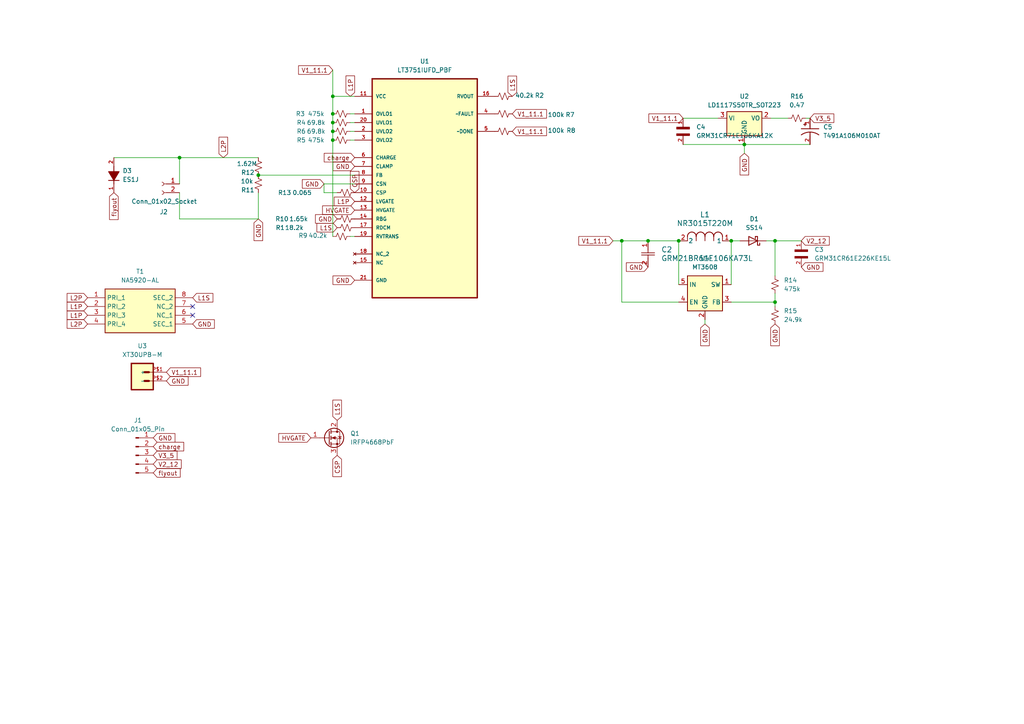
<source format=kicad_sch>
(kicad_sch
	(version 20231120)
	(generator "eeschema")
	(generator_version "8.0")
	(uuid "edf94242-0cdc-4580-8fae-fd56a0fef1a3")
	(paper "A4")
	(lib_symbols
		(symbol "2025-08-18_13-25-46:NR3015T220M"
			(pin_names
				(offset 0.254)
			)
			(exclude_from_sim no)
			(in_bom yes)
			(on_board yes)
			(property "Reference" "L"
				(at 6.985 5.08 0)
				(effects
					(font
						(size 1.524 1.524)
					)
				)
			)
			(property "Value" "NR3015T220M"
				(at 6.985 -2.54 0)
				(effects
					(font
						(size 1.524 1.524)
					)
				)
			)
			(property "Footprint" "IND_TAIYO_NR3015_TAY"
				(at 0 0 0)
				(effects
					(font
						(size 1.27 1.27)
						(italic yes)
					)
					(hide yes)
				)
			)
			(property "Datasheet" "NR3015T220M"
				(at 0 0 0)
				(effects
					(font
						(size 1.27 1.27)
						(italic yes)
					)
					(hide yes)
				)
			)
			(property "Description" ""
				(at 0 0 0)
				(effects
					(font
						(size 1.27 1.27)
					)
					(hide yes)
				)
			)
			(property "ki_locked" ""
				(at 0 0 0)
				(effects
					(font
						(size 1.27 1.27)
					)
				)
			)
			(property "ki_keywords" "NR3015T220M"
				(at 0 0 0)
				(effects
					(font
						(size 1.27 1.27)
					)
					(hide yes)
				)
			)
			(property "ki_fp_filters" "IND_TAIYO_NR3015_TAY"
				(at 0 0 0)
				(effects
					(font
						(size 1.27 1.27)
					)
					(hide yes)
				)
			)
			(symbol "NR3015T220M_1_1"
				(polyline
					(pts
						(xy 2.54 0) (xy 2.54 1.27)
					)
					(stroke
						(width 0.2032)
						(type default)
					)
					(fill
						(type none)
					)
				)
				(polyline
					(pts
						(xy 5.08 0) (xy 5.08 1.27)
					)
					(stroke
						(width 0.2032)
						(type default)
					)
					(fill
						(type none)
					)
				)
				(polyline
					(pts
						(xy 7.62 0) (xy 7.62 1.27)
					)
					(stroke
						(width 0.2032)
						(type default)
					)
					(fill
						(type none)
					)
				)
				(polyline
					(pts
						(xy 10.16 0) (xy 10.16 1.27)
					)
					(stroke
						(width 0.2032)
						(type default)
					)
					(fill
						(type none)
					)
				)
				(polyline
					(pts
						(xy 12.7 0) (xy 12.7 1.27)
					)
					(stroke
						(width 0.2032)
						(type default)
					)
					(fill
						(type none)
					)
				)
				(arc
					(start 5.08 1.27)
					(mid 3.81 2.5344)
					(end 2.54 1.27)
					(stroke
						(width 0.254)
						(type default)
					)
					(fill
						(type none)
					)
				)
				(arc
					(start 7.62 1.27)
					(mid 6.35 2.5344)
					(end 5.08 1.27)
					(stroke
						(width 0.254)
						(type default)
					)
					(fill
						(type none)
					)
				)
				(arc
					(start 10.16 1.27)
					(mid 8.89 2.5344)
					(end 7.62 1.27)
					(stroke
						(width 0.254)
						(type default)
					)
					(fill
						(type none)
					)
				)
				(arc
					(start 12.7 1.27)
					(mid 11.43 2.5344)
					(end 10.16 1.27)
					(stroke
						(width 0.254)
						(type default)
					)
					(fill
						(type none)
					)
				)
				(pin unspecified line
					(at 15.24 0 180)
					(length 2.54)
					(name "1"
						(effects
							(font
								(size 1.27 1.27)
							)
						)
					)
					(number "1"
						(effects
							(font
								(size 1.27 1.27)
							)
						)
					)
				)
				(pin unspecified line
					(at 0 0 0)
					(length 2.54)
					(name "2"
						(effects
							(font
								(size 1.27 1.27)
							)
						)
					)
					(number "2"
						(effects
							(font
								(size 1.27 1.27)
							)
						)
					)
				)
			)
			(symbol "NR3015T220M_1_2"
				(arc
					(start -1.27 5.08)
					(mid -2.5344 3.81)
					(end -1.27 2.54)
					(stroke
						(width 0.254)
						(type default)
					)
					(fill
						(type none)
					)
				)
				(arc
					(start -1.27 7.62)
					(mid -2.5344 6.35)
					(end -1.27 5.08)
					(stroke
						(width 0.254)
						(type default)
					)
					(fill
						(type none)
					)
				)
				(arc
					(start -1.27 10.16)
					(mid -2.5344 8.89)
					(end -1.27 7.62)
					(stroke
						(width 0.254)
						(type default)
					)
					(fill
						(type none)
					)
				)
				(arc
					(start -1.27 12.7)
					(mid -2.5344 11.43)
					(end -1.27 10.16)
					(stroke
						(width 0.254)
						(type default)
					)
					(fill
						(type none)
					)
				)
				(polyline
					(pts
						(xy 0 2.54) (xy -1.27 2.54)
					)
					(stroke
						(width 0.2032)
						(type default)
					)
					(fill
						(type none)
					)
				)
				(polyline
					(pts
						(xy 0 5.08) (xy -1.27 5.08)
					)
					(stroke
						(width 0.2032)
						(type default)
					)
					(fill
						(type none)
					)
				)
				(polyline
					(pts
						(xy 0 7.62) (xy -1.27 7.62)
					)
					(stroke
						(width 0.2032)
						(type default)
					)
					(fill
						(type none)
					)
				)
				(polyline
					(pts
						(xy 0 10.16) (xy -1.27 10.16)
					)
					(stroke
						(width 0.2032)
						(type default)
					)
					(fill
						(type none)
					)
				)
				(polyline
					(pts
						(xy 0 12.7) (xy -1.27 12.7)
					)
					(stroke
						(width 0.2032)
						(type default)
					)
					(fill
						(type none)
					)
				)
				(pin unspecified line
					(at 0 15.24 270)
					(length 2.54)
					(name "1"
						(effects
							(font
								(size 1.27 1.27)
							)
						)
					)
					(number "1"
						(effects
							(font
								(size 1.27 1.27)
							)
						)
					)
				)
				(pin unspecified line
					(at 0 0 90)
					(length 2.54)
					(name "2"
						(effects
							(font
								(size 1.27 1.27)
							)
						)
					)
					(number "2"
						(effects
							(font
								(size 1.27 1.27)
							)
						)
					)
				)
			)
		)
		(symbol "2025-08-18_14-33-37:GRM21BR61E106KA73L"
			(pin_names
				(offset 0.254)
			)
			(exclude_from_sim no)
			(in_bom yes)
			(on_board yes)
			(property "Reference" "C"
				(at 3.81 3.81 0)
				(effects
					(font
						(size 1.524 1.524)
					)
				)
			)
			(property "Value" "GRM21BR61E106KA73L"
				(at 3.81 -3.81 0)
				(effects
					(font
						(size 1.524 1.524)
					)
				)
			)
			(property "Footprint" "G-21_MUR"
				(at 0 0 0)
				(effects
					(font
						(size 1.27 1.27)
						(italic yes)
					)
					(hide yes)
				)
			)
			(property "Datasheet" "GRM21BR61E106KA73L"
				(at 0 0 0)
				(effects
					(font
						(size 1.27 1.27)
						(italic yes)
					)
					(hide yes)
				)
			)
			(property "Description" ""
				(at 0 0 0)
				(effects
					(font
						(size 1.27 1.27)
					)
					(hide yes)
				)
			)
			(property "ki_locked" ""
				(at 0 0 0)
				(effects
					(font
						(size 1.27 1.27)
					)
				)
			)
			(property "ki_keywords" "GRM21BR61E106KA73L"
				(at 0 0 0)
				(effects
					(font
						(size 1.27 1.27)
					)
					(hide yes)
				)
			)
			(property "ki_fp_filters" "G-21_MUR G-21_MUR-M G-21_MUR-L"
				(at 0 0 0)
				(effects
					(font
						(size 1.27 1.27)
					)
					(hide yes)
				)
			)
			(symbol "GRM21BR61E106KA73L_1_1"
				(polyline
					(pts
						(xy 2.54 0) (xy 3.4798 0)
					)
					(stroke
						(width 0.2032)
						(type default)
					)
					(fill
						(type none)
					)
				)
				(polyline
					(pts
						(xy 3.4798 -1.905) (xy 3.4798 1.905)
					)
					(stroke
						(width 0.2032)
						(type default)
					)
					(fill
						(type none)
					)
				)
				(polyline
					(pts
						(xy 4.1148 -1.905) (xy 4.1148 1.905)
					)
					(stroke
						(width 0.2032)
						(type default)
					)
					(fill
						(type none)
					)
				)
				(polyline
					(pts
						(xy 4.1148 0) (xy 5.08 0)
					)
					(stroke
						(width 0.2032)
						(type default)
					)
					(fill
						(type none)
					)
				)
				(pin unspecified line
					(at 0 0 0)
					(length 2.54)
					(name ""
						(effects
							(font
								(size 1.27 1.27)
							)
						)
					)
					(number "1"
						(effects
							(font
								(size 1.27 1.27)
							)
						)
					)
				)
				(pin unspecified line
					(at 7.62 0 180)
					(length 2.54)
					(name ""
						(effects
							(font
								(size 1.27 1.27)
							)
						)
					)
					(number "2"
						(effects
							(font
								(size 1.27 1.27)
							)
						)
					)
				)
			)
			(symbol "GRM21BR61E106KA73L_1_2"
				(polyline
					(pts
						(xy -1.905 -4.1148) (xy 1.905 -4.1148)
					)
					(stroke
						(width 0.2032)
						(type default)
					)
					(fill
						(type none)
					)
				)
				(polyline
					(pts
						(xy -1.905 -3.4798) (xy 1.905 -3.4798)
					)
					(stroke
						(width 0.2032)
						(type default)
					)
					(fill
						(type none)
					)
				)
				(polyline
					(pts
						(xy 0 -4.1148) (xy 0 -5.08)
					)
					(stroke
						(width 0.2032)
						(type default)
					)
					(fill
						(type none)
					)
				)
				(polyline
					(pts
						(xy 0 -2.54) (xy 0 -3.4798)
					)
					(stroke
						(width 0.2032)
						(type default)
					)
					(fill
						(type none)
					)
				)
				(pin unspecified line
					(at 0 0 270)
					(length 2.54)
					(name ""
						(effects
							(font
								(size 1.27 1.27)
							)
						)
					)
					(number "1"
						(effects
							(font
								(size 1.27 1.27)
							)
						)
					)
				)
				(pin unspecified line
					(at 0 -7.62 90)
					(length 2.54)
					(name ""
						(effects
							(font
								(size 1.27 1.27)
							)
						)
					)
					(number "2"
						(effects
							(font
								(size 1.27 1.27)
							)
						)
					)
				)
			)
		)
		(symbol "Connector:Conn_01x02_Socket"
			(pin_names
				(offset 1.016) hide)
			(exclude_from_sim no)
			(in_bom yes)
			(on_board yes)
			(property "Reference" "J"
				(at 0 2.54 0)
				(effects
					(font
						(size 1.27 1.27)
					)
				)
			)
			(property "Value" "Conn_01x02_Socket"
				(at 0 -5.08 0)
				(effects
					(font
						(size 1.27 1.27)
					)
				)
			)
			(property "Footprint" ""
				(at 0 0 0)
				(effects
					(font
						(size 1.27 1.27)
					)
					(hide yes)
				)
			)
			(property "Datasheet" "~"
				(at 0 0 0)
				(effects
					(font
						(size 1.27 1.27)
					)
					(hide yes)
				)
			)
			(property "Description" "Generic connector, single row, 01x02, script generated"
				(at 0 0 0)
				(effects
					(font
						(size 1.27 1.27)
					)
					(hide yes)
				)
			)
			(property "ki_locked" ""
				(at 0 0 0)
				(effects
					(font
						(size 1.27 1.27)
					)
				)
			)
			(property "ki_keywords" "connector"
				(at 0 0 0)
				(effects
					(font
						(size 1.27 1.27)
					)
					(hide yes)
				)
			)
			(property "ki_fp_filters" "Connector*:*_1x??_*"
				(at 0 0 0)
				(effects
					(font
						(size 1.27 1.27)
					)
					(hide yes)
				)
			)
			(symbol "Conn_01x02_Socket_1_1"
				(arc
					(start 0 -2.032)
					(mid -0.5058 -2.54)
					(end 0 -3.048)
					(stroke
						(width 0.1524)
						(type default)
					)
					(fill
						(type none)
					)
				)
				(polyline
					(pts
						(xy -1.27 -2.54) (xy -0.508 -2.54)
					)
					(stroke
						(width 0.1524)
						(type default)
					)
					(fill
						(type none)
					)
				)
				(polyline
					(pts
						(xy -1.27 0) (xy -0.508 0)
					)
					(stroke
						(width 0.1524)
						(type default)
					)
					(fill
						(type none)
					)
				)
				(arc
					(start 0 0.508)
					(mid -0.5058 0)
					(end 0 -0.508)
					(stroke
						(width 0.1524)
						(type default)
					)
					(fill
						(type none)
					)
				)
				(pin passive line
					(at -5.08 0 0)
					(length 3.81)
					(name "Pin_1"
						(effects
							(font
								(size 1.27 1.27)
							)
						)
					)
					(number "1"
						(effects
							(font
								(size 1.27 1.27)
							)
						)
					)
				)
				(pin passive line
					(at -5.08 -2.54 0)
					(length 3.81)
					(name "Pin_2"
						(effects
							(font
								(size 1.27 1.27)
							)
						)
					)
					(number "2"
						(effects
							(font
								(size 1.27 1.27)
							)
						)
					)
				)
			)
		)
		(symbol "Connector:Conn_01x05_Pin"
			(pin_names
				(offset 1.016) hide)
			(exclude_from_sim no)
			(in_bom yes)
			(on_board yes)
			(property "Reference" "J"
				(at 0 7.62 0)
				(effects
					(font
						(size 1.27 1.27)
					)
				)
			)
			(property "Value" "Conn_01x05_Pin"
				(at 0 -7.62 0)
				(effects
					(font
						(size 1.27 1.27)
					)
				)
			)
			(property "Footprint" ""
				(at 0 0 0)
				(effects
					(font
						(size 1.27 1.27)
					)
					(hide yes)
				)
			)
			(property "Datasheet" "~"
				(at 0 0 0)
				(effects
					(font
						(size 1.27 1.27)
					)
					(hide yes)
				)
			)
			(property "Description" "Generic connector, single row, 01x05, script generated"
				(at 0 0 0)
				(effects
					(font
						(size 1.27 1.27)
					)
					(hide yes)
				)
			)
			(property "ki_locked" ""
				(at 0 0 0)
				(effects
					(font
						(size 1.27 1.27)
					)
				)
			)
			(property "ki_keywords" "connector"
				(at 0 0 0)
				(effects
					(font
						(size 1.27 1.27)
					)
					(hide yes)
				)
			)
			(property "ki_fp_filters" "Connector*:*_1x??_*"
				(at 0 0 0)
				(effects
					(font
						(size 1.27 1.27)
					)
					(hide yes)
				)
			)
			(symbol "Conn_01x05_Pin_1_1"
				(polyline
					(pts
						(xy 1.27 -5.08) (xy 0.8636 -5.08)
					)
					(stroke
						(width 0.1524)
						(type default)
					)
					(fill
						(type none)
					)
				)
				(polyline
					(pts
						(xy 1.27 -2.54) (xy 0.8636 -2.54)
					)
					(stroke
						(width 0.1524)
						(type default)
					)
					(fill
						(type none)
					)
				)
				(polyline
					(pts
						(xy 1.27 0) (xy 0.8636 0)
					)
					(stroke
						(width 0.1524)
						(type default)
					)
					(fill
						(type none)
					)
				)
				(polyline
					(pts
						(xy 1.27 2.54) (xy 0.8636 2.54)
					)
					(stroke
						(width 0.1524)
						(type default)
					)
					(fill
						(type none)
					)
				)
				(polyline
					(pts
						(xy 1.27 5.08) (xy 0.8636 5.08)
					)
					(stroke
						(width 0.1524)
						(type default)
					)
					(fill
						(type none)
					)
				)
				(rectangle
					(start 0.8636 -4.953)
					(end 0 -5.207)
					(stroke
						(width 0.1524)
						(type default)
					)
					(fill
						(type outline)
					)
				)
				(rectangle
					(start 0.8636 -2.413)
					(end 0 -2.667)
					(stroke
						(width 0.1524)
						(type default)
					)
					(fill
						(type outline)
					)
				)
				(rectangle
					(start 0.8636 0.127)
					(end 0 -0.127)
					(stroke
						(width 0.1524)
						(type default)
					)
					(fill
						(type outline)
					)
				)
				(rectangle
					(start 0.8636 2.667)
					(end 0 2.413)
					(stroke
						(width 0.1524)
						(type default)
					)
					(fill
						(type outline)
					)
				)
				(rectangle
					(start 0.8636 5.207)
					(end 0 4.953)
					(stroke
						(width 0.1524)
						(type default)
					)
					(fill
						(type outline)
					)
				)
				(pin passive line
					(at 5.08 5.08 180)
					(length 3.81)
					(name "Pin_1"
						(effects
							(font
								(size 1.27 1.27)
							)
						)
					)
					(number "1"
						(effects
							(font
								(size 1.27 1.27)
							)
						)
					)
				)
				(pin passive line
					(at 5.08 2.54 180)
					(length 3.81)
					(name "Pin_2"
						(effects
							(font
								(size 1.27 1.27)
							)
						)
					)
					(number "2"
						(effects
							(font
								(size 1.27 1.27)
							)
						)
					)
				)
				(pin passive line
					(at 5.08 0 180)
					(length 3.81)
					(name "Pin_3"
						(effects
							(font
								(size 1.27 1.27)
							)
						)
					)
					(number "3"
						(effects
							(font
								(size 1.27 1.27)
							)
						)
					)
				)
				(pin passive line
					(at 5.08 -2.54 180)
					(length 3.81)
					(name "Pin_4"
						(effects
							(font
								(size 1.27 1.27)
							)
						)
					)
					(number "4"
						(effects
							(font
								(size 1.27 1.27)
							)
						)
					)
				)
				(pin passive line
					(at 5.08 -5.08 180)
					(length 3.81)
					(name "Pin_5"
						(effects
							(font
								(size 1.27 1.27)
							)
						)
					)
					(number "5"
						(effects
							(font
								(size 1.27 1.27)
							)
						)
					)
				)
			)
		)
		(symbol "Device:R_Small_US"
			(pin_numbers hide)
			(pin_names
				(offset 0.254) hide)
			(exclude_from_sim no)
			(in_bom yes)
			(on_board yes)
			(property "Reference" "R"
				(at 0.762 0.508 0)
				(effects
					(font
						(size 1.27 1.27)
					)
					(justify left)
				)
			)
			(property "Value" "R_Small_US"
				(at 0.762 -1.016 0)
				(effects
					(font
						(size 1.27 1.27)
					)
					(justify left)
				)
			)
			(property "Footprint" ""
				(at 0 0 0)
				(effects
					(font
						(size 1.27 1.27)
					)
					(hide yes)
				)
			)
			(property "Datasheet" "~"
				(at 0 0 0)
				(effects
					(font
						(size 1.27 1.27)
					)
					(hide yes)
				)
			)
			(property "Description" "Resistor, small US symbol"
				(at 0 0 0)
				(effects
					(font
						(size 1.27 1.27)
					)
					(hide yes)
				)
			)
			(property "ki_keywords" "r resistor"
				(at 0 0 0)
				(effects
					(font
						(size 1.27 1.27)
					)
					(hide yes)
				)
			)
			(property "ki_fp_filters" "R_*"
				(at 0 0 0)
				(effects
					(font
						(size 1.27 1.27)
					)
					(hide yes)
				)
			)
			(symbol "R_Small_US_1_1"
				(polyline
					(pts
						(xy 0 0) (xy 1.016 -0.381) (xy 0 -0.762) (xy -1.016 -1.143) (xy 0 -1.524)
					)
					(stroke
						(width 0)
						(type default)
					)
					(fill
						(type none)
					)
				)
				(polyline
					(pts
						(xy 0 1.524) (xy 1.016 1.143) (xy 0 0.762) (xy -1.016 0.381) (xy 0 0)
					)
					(stroke
						(width 0)
						(type default)
					)
					(fill
						(type none)
					)
				)
				(pin passive line
					(at 0 2.54 270)
					(length 1.016)
					(name "~"
						(effects
							(font
								(size 1.27 1.27)
							)
						)
					)
					(number "1"
						(effects
							(font
								(size 1.27 1.27)
							)
						)
					)
				)
				(pin passive line
					(at 0 -2.54 90)
					(length 1.016)
					(name "~"
						(effects
							(font
								(size 1.27 1.27)
							)
						)
					)
					(number "2"
						(effects
							(font
								(size 1.27 1.27)
							)
						)
					)
				)
			)
		)
		(symbol "Diode:SS14"
			(pin_numbers hide)
			(pin_names
				(offset 1.016) hide)
			(exclude_from_sim no)
			(in_bom yes)
			(on_board yes)
			(property "Reference" "D"
				(at 0 2.54 0)
				(effects
					(font
						(size 1.27 1.27)
					)
				)
			)
			(property "Value" "SS14"
				(at 0 -2.54 0)
				(effects
					(font
						(size 1.27 1.27)
					)
				)
			)
			(property "Footprint" "Diode_SMD:D_SMA"
				(at 0 -4.445 0)
				(effects
					(font
						(size 1.27 1.27)
					)
					(hide yes)
				)
			)
			(property "Datasheet" "https://www.vishay.com/docs/88746/ss12.pdf"
				(at 0 0 0)
				(effects
					(font
						(size 1.27 1.27)
					)
					(hide yes)
				)
			)
			(property "Description" "40V 1A Schottky Diode, SMA"
				(at 0 0 0)
				(effects
					(font
						(size 1.27 1.27)
					)
					(hide yes)
				)
			)
			(property "ki_keywords" "diode Schottky"
				(at 0 0 0)
				(effects
					(font
						(size 1.27 1.27)
					)
					(hide yes)
				)
			)
			(property "ki_fp_filters" "D*SMA*"
				(at 0 0 0)
				(effects
					(font
						(size 1.27 1.27)
					)
					(hide yes)
				)
			)
			(symbol "SS14_0_1"
				(polyline
					(pts
						(xy 1.27 0) (xy -1.27 0)
					)
					(stroke
						(width 0)
						(type default)
					)
					(fill
						(type none)
					)
				)
				(polyline
					(pts
						(xy 1.27 1.27) (xy 1.27 -1.27) (xy -1.27 0) (xy 1.27 1.27)
					)
					(stroke
						(width 0.254)
						(type default)
					)
					(fill
						(type none)
					)
				)
				(polyline
					(pts
						(xy -1.905 0.635) (xy -1.905 1.27) (xy -1.27 1.27) (xy -1.27 -1.27) (xy -0.635 -1.27) (xy -0.635 -0.635)
					)
					(stroke
						(width 0.254)
						(type default)
					)
					(fill
						(type none)
					)
				)
			)
			(symbol "SS14_1_1"
				(pin passive line
					(at -3.81 0 0)
					(length 2.54)
					(name "K"
						(effects
							(font
								(size 1.27 1.27)
							)
						)
					)
					(number "1"
						(effects
							(font
								(size 1.27 1.27)
							)
						)
					)
				)
				(pin passive line
					(at 3.81 0 180)
					(length 2.54)
					(name "A"
						(effects
							(font
								(size 1.27 1.27)
							)
						)
					)
					(number "2"
						(effects
							(font
								(size 1.27 1.27)
							)
						)
					)
				)
			)
		)
		(symbol "ES1J:ES1J"
			(pin_names
				(offset 1.016)
			)
			(exclude_from_sim no)
			(in_bom yes)
			(on_board yes)
			(property "Reference" "D"
				(at 6.096 -5.08 0)
				(effects
					(font
						(size 1.27 1.27)
					)
					(justify left bottom)
				)
			)
			(property "Value" "ES1J"
				(at 6.096 -7.62 0)
				(effects
					(font
						(size 1.27 1.27)
					)
					(justify left bottom)
				)
			)
			(property "Footprint" "ES1J:DIOM5227X250N"
				(at 0 0 0)
				(effects
					(font
						(size 1.27 1.27)
					)
					(justify bottom)
					(hide yes)
				)
			)
			(property "Datasheet" ""
				(at 0 0 0)
				(effects
					(font
						(size 1.27 1.27)
					)
					(hide yes)
				)
			)
			(property "Description" ""
				(at 0 0 0)
				(effects
					(font
						(size 1.27 1.27)
					)
					(hide yes)
				)
			)
			(property "SnapEDA_Link" "https://www.snapeda.com/parts/ES1J/Onsemi/view-part/?ref=snap"
				(at 0 0 0)
				(effects
					(font
						(size 1.27 1.27)
					)
					(justify bottom)
					(hide yes)
				)
			)
			(property "E" "2.725"
				(at 0 0 0)
				(effects
					(font
						(size 1.27 1.27)
					)
					(justify bottom)
					(hide yes)
				)
			)
			(property "D" "5.2"
				(at 0 0 0)
				(effects
					(font
						(size 1.27 1.27)
					)
					(justify bottom)
					(hide yes)
				)
			)
			(property "FAMILY" "diode"
				(at 0 0 0)
				(effects
					(font
						(size 1.27 1.27)
					)
					(justify bottom)
					(hide yes)
				)
			)
			(property "Package" "SMA-2 ON Semiconductor"
				(at 0 0 0)
				(effects
					(font
						(size 1.27 1.27)
					)
					(justify bottom)
					(hide yes)
				)
			)
			(property "b-" "0.225"
				(at 0 0 0)
				(effects
					(font
						(size 1.27 1.27)
					)
					(justify bottom)
					(hide yes)
				)
			)
			(property "L-" "0.385"
				(at 0 0 0)
				(effects
					(font
						(size 1.27 1.27)
					)
					(justify bottom)
					(hide yes)
				)
			)
			(property "Check_prices" "https://www.snapeda.com/parts/ES1J/Onsemi/view-part/?ref=eda"
				(at 0 0 0)
				(effects
					(font
						(size 1.27 1.27)
					)
					(justify bottom)
					(hide yes)
				)
			)
			(property "L" "1.135"
				(at 0 0 0)
				(effects
					(font
						(size 1.27 1.27)
					)
					(justify bottom)
					(hide yes)
				)
			)
			(property "STANDARD" "IPC-7351B"
				(at 0 0 0)
				(effects
					(font
						(size 1.27 1.27)
					)
					(justify bottom)
					(hide yes)
				)
			)
			(property "PARTREV" "Rev. 2"
				(at 0 0 0)
				(effects
					(font
						(size 1.27 1.27)
					)
					(justify bottom)
					(hide yes)
				)
			)
			(property "MF" "ON Semiconductor"
				(at 0 0 0)
				(effects
					(font
						(size 1.27 1.27)
					)
					(justify bottom)
					(hide yes)
				)
			)
			(property "b NOM" "1.425"
				(at 0 0 0)
				(effects
					(font
						(size 1.27 1.27)
					)
					(justify bottom)
					(hide yes)
				)
			)
			(property "L+" "0.385"
				(at 0 0 0)
				(effects
					(font
						(size 1.27 1.27)
					)
					(justify bottom)
					(hide yes)
				)
			)
			(property "b+" "0.225"
				(at 0 0 0)
				(effects
					(font
						(size 1.27 1.27)
					)
					(justify bottom)
					(hide yes)
				)
			)
			(property "D+" "0.4"
				(at 0 0 0)
				(effects
					(font
						(size 1.27 1.27)
					)
					(justify bottom)
					(hide yes)
				)
			)
			(property "E-" "0.225"
				(at 0 0 0)
				(effects
					(font
						(size 1.27 1.27)
					)
					(justify bottom)
					(hide yes)
				)
			)
			(property "D-" "0.4"
				(at 0 0 0)
				(effects
					(font
						(size 1.27 1.27)
					)
					(justify bottom)
					(hide yes)
				)
			)
			(property "LENGTH NOM" "4.375"
				(at 0 0 0)
				(effects
					(font
						(size 1.27 1.27)
					)
					(justify bottom)
					(hide yes)
				)
			)
			(property "MAXIMUM_PACKAGE_HEIGHT" "2.5 mm"
				(at 0 0 0)
				(effects
					(font
						(size 1.27 1.27)
					)
					(justify bottom)
					(hide yes)
				)
			)
			(property "E+" "0.225"
				(at 0 0 0)
				(effects
					(font
						(size 1.27 1.27)
					)
					(justify bottom)
					(hide yes)
				)
			)
			(property "HEIGHT" "2.5"
				(at 0 0 0)
				(effects
					(font
						(size 1.27 1.27)
					)
					(justify bottom)
					(hide yes)
				)
			)
			(property "Price" "None"
				(at 0 0 0)
				(effects
					(font
						(size 1.27 1.27)
					)
					(justify bottom)
					(hide yes)
				)
			)
			(property "Description_1" "\n                        \n                            Diode Standard 600 V 1A Surface Mount DO-214AD (SMAF)\n                        \n"
				(at 0 0 0)
				(effects
					(font
						(size 1.27 1.27)
					)
					(justify bottom)
					(hide yes)
				)
			)
			(property "MP" "ES1J"
				(at 0 0 0)
				(effects
					(font
						(size 1.27 1.27)
					)
					(justify bottom)
					(hide yes)
				)
			)
			(property "PITCH" "4.065"
				(at 0 0 0)
				(effects
					(font
						(size 1.27 1.27)
					)
					(justify bottom)
					(hide yes)
				)
			)
			(property "MANUFACTURER" "ON Semiconductor"
				(at 0 0 0)
				(effects
					(font
						(size 1.27 1.27)
					)
					(justify bottom)
					(hide yes)
				)
			)
			(property "Availability" "In Stock"
				(at 0 0 0)
				(effects
					(font
						(size 1.27 1.27)
					)
					(justify bottom)
					(hide yes)
				)
			)
			(symbol "ES1J_0_0"
				(polyline
					(pts
						(xy 2.54 -6.096) (xy 2.54 -7.62)
					)
					(stroke
						(width 0.254)
						(type default)
					)
					(fill
						(type none)
					)
				)
				(polyline
					(pts
						(xy 2.54 -2.54) (xy 2.54 -3.556)
					)
					(stroke
						(width 0.254)
						(type default)
					)
					(fill
						(type none)
					)
				)
				(polyline
					(pts
						(xy 4.064 -3.556) (xy 1.016 -3.556)
					)
					(stroke
						(width 0.254)
						(type default)
					)
					(fill
						(type none)
					)
				)
				(polyline
					(pts
						(xy 2.54 -3.556) (xy 1.016 -6.096) (xy 4.064 -6.096) (xy 2.54 -3.556)
					)
					(stroke
						(width 0.254)
						(type default)
					)
					(fill
						(type outline)
					)
				)
				(pin passive line
					(at 2.54 0 270)
					(length 2.54)
					(name "~"
						(effects
							(font
								(size 1.016 1.016)
							)
						)
					)
					(number "1"
						(effects
							(font
								(size 1.016 1.016)
							)
						)
					)
				)
				(pin passive line
					(at 2.54 -10.16 90)
					(length 2.54)
					(name "~"
						(effects
							(font
								(size 1.016 1.016)
							)
						)
					)
					(number "2"
						(effects
							(font
								(size 1.016 1.016)
							)
						)
					)
				)
			)
		)
		(symbol "GRM31CR61E226KE15L:GRM31CR61E226KE15L"
			(pin_names
				(offset 1.016)
			)
			(exclude_from_sim no)
			(in_bom yes)
			(on_board yes)
			(property "Reference" "C"
				(at 0 3.8109 0)
				(effects
					(font
						(size 1.27 1.27)
					)
					(justify left bottom)
				)
			)
			(property "Value" "GRM31CR61E226KE15L"
				(at 0 -5.0885 0)
				(effects
					(font
						(size 1.27 1.27)
					)
					(justify left bottom)
				)
			)
			(property "Footprint" "GRM31CR61E226KE15L:CAPC3216X125N"
				(at 0 0 0)
				(effects
					(font
						(size 1.27 1.27)
					)
					(justify bottom)
					(hide yes)
				)
			)
			(property "Datasheet" ""
				(at 0 0 0)
				(effects
					(font
						(size 1.27 1.27)
					)
					(hide yes)
				)
			)
			(property "Description" ""
				(at 0 0 0)
				(effects
					(font
						(size 1.27 1.27)
					)
					(hide yes)
				)
			)
			(symbol "GRM31CR61E226KE15L_0_0"
				(rectangle
					(start 0 -1.9069)
					(end 0.635 1.905)
					(stroke
						(width 0.1)
						(type default)
					)
					(fill
						(type outline)
					)
				)
				(rectangle
					(start 1.9069 -1.9069)
					(end 2.54 1.905)
					(stroke
						(width 0.1)
						(type default)
					)
					(fill
						(type outline)
					)
				)
				(pin passive line
					(at -2.54 0 0)
					(length 2.54)
					(name "~"
						(effects
							(font
								(size 1.016 1.016)
							)
						)
					)
					(number "1"
						(effects
							(font
								(size 1.016 1.016)
							)
						)
					)
				)
				(pin passive line
					(at 5.08 0 180)
					(length 2.54)
					(name "~"
						(effects
							(font
								(size 1.016 1.016)
							)
						)
					)
					(number "2"
						(effects
							(font
								(size 1.016 1.016)
							)
						)
					)
				)
			)
		)
		(symbol "GRM31CR71E106KA12K:GRM31CR71E106KA12K"
			(pin_names
				(offset 1.016)
			)
			(exclude_from_sim no)
			(in_bom yes)
			(on_board yes)
			(property "Reference" "C"
				(at 0 3.8109 0)
				(effects
					(font
						(size 1.27 1.27)
					)
					(justify left bottom)
				)
			)
			(property "Value" "GRM31CR71E106KA12K"
				(at 0 -5.0885 0)
				(effects
					(font
						(size 1.27 1.27)
					)
					(justify left bottom)
				)
			)
			(property "Footprint" "GRM31CR71E106KA12K:CAPC3216X180N"
				(at 0 0 0)
				(effects
					(font
						(size 1.27 1.27)
					)
					(justify bottom)
					(hide yes)
				)
			)
			(property "Datasheet" ""
				(at 0 0 0)
				(effects
					(font
						(size 1.27 1.27)
					)
					(hide yes)
				)
			)
			(property "Description" ""
				(at 0 0 0)
				(effects
					(font
						(size 1.27 1.27)
					)
					(hide yes)
				)
			)
			(symbol "GRM31CR71E106KA12K_0_0"
				(rectangle
					(start 0 -1.9069)
					(end 0.635 1.905)
					(stroke
						(width 0.1)
						(type default)
					)
					(fill
						(type outline)
					)
				)
				(rectangle
					(start 1.9069 -1.9069)
					(end 2.54 1.905)
					(stroke
						(width 0.1)
						(type default)
					)
					(fill
						(type outline)
					)
				)
				(pin passive line
					(at -2.54 0 0)
					(length 2.54)
					(name "~"
						(effects
							(font
								(size 1.016 1.016)
							)
						)
					)
					(number "1"
						(effects
							(font
								(size 1.016 1.016)
							)
						)
					)
				)
				(pin passive line
					(at 5.08 0 180)
					(length 2.54)
					(name "~"
						(effects
							(font
								(size 1.016 1.016)
							)
						)
					)
					(number "2"
						(effects
							(font
								(size 1.016 1.016)
							)
						)
					)
				)
			)
		)
		(symbol "LT3751:LT3751IUFD_PBF"
			(pin_names
				(offset 1.016)
			)
			(exclude_from_sim no)
			(in_bom yes)
			(on_board yes)
			(property "Reference" "U"
				(at -5.8764 30.7049 0)
				(effects
					(font
						(size 1.27 1.27)
					)
					(justify left bottom)
				)
			)
			(property "Value" "LT3751IUFD_PBF"
				(at -5.8948 -39.6631 0)
				(effects
					(font
						(size 1.27 1.27)
					)
					(justify left bottom)
				)
			)
			(property "Footprint" "LT3751IUFD_PBF:QFN50P400X500X80-21N"
				(at 0 0 0)
				(effects
					(font
						(size 1.27 1.27)
					)
					(justify bottom)
					(hide yes)
				)
			)
			(property "Datasheet" ""
				(at 0 0 0)
				(effects
					(font
						(size 1.27 1.27)
					)
					(hide yes)
				)
			)
			(property "Description" ""
				(at 0 0 0)
				(effects
					(font
						(size 1.27 1.27)
					)
					(hide yes)
				)
			)
			(property "MF" "Analog Devices"
				(at 0 0 0)
				(effects
					(font
						(size 1.27 1.27)
					)
					(justify bottom)
					(hide yes)
				)
			)
			(property "Description_1" "\n                        \n                            LT3751 - High Voltage Capacitor Charger Controller with Regulation\n                        \n"
				(at 0 0 0)
				(effects
					(font
						(size 1.27 1.27)
					)
					(justify bottom)
					(hide yes)
				)
			)
			(property "PACKAGE" "QFN-24"
				(at 0 0 0)
				(effects
					(font
						(size 1.27 1.27)
					)
					(justify bottom)
					(hide yes)
				)
			)
			(property "MPN" "LT3751IUFD#PBF"
				(at 0 0 0)
				(effects
					(font
						(size 1.27 1.27)
					)
					(justify bottom)
					(hide yes)
				)
			)
			(property "Price" "None"
				(at 0 0 0)
				(effects
					(font
						(size 1.27 1.27)
					)
					(justify bottom)
					(hide yes)
				)
			)
			(property "Package" "QFN-20 Linear Technology"
				(at 0 0 0)
				(effects
					(font
						(size 1.27 1.27)
					)
					(justify bottom)
					(hide yes)
				)
			)
			(property "OC_FARNELL" "-"
				(at 0 0 0)
				(effects
					(font
						(size 1.27 1.27)
					)
					(justify bottom)
					(hide yes)
				)
			)
			(property "SnapEDA_Link" "https://www.snapeda.com/parts/LT3751IUFD%23PBF/Analog+Devices/view-part/?ref=snap"
				(at 0 0 0)
				(effects
					(font
						(size 1.27 1.27)
					)
					(justify bottom)
					(hide yes)
				)
			)
			(property "MP" "LT3751IUFD#PBF"
				(at 0 0 0)
				(effects
					(font
						(size 1.27 1.27)
					)
					(justify bottom)
					(hide yes)
				)
			)
			(property "SUPPLIER" "Linear Technology"
				(at 0 0 0)
				(effects
					(font
						(size 1.27 1.27)
					)
					(justify bottom)
					(hide yes)
				)
			)
			(property "OC_NEWARK" "31P7617"
				(at 0 0 0)
				(effects
					(font
						(size 1.27 1.27)
					)
					(justify bottom)
					(hide yes)
				)
			)
			(property "Availability" "In Stock"
				(at 0 0 0)
				(effects
					(font
						(size 1.27 1.27)
					)
					(justify bottom)
					(hide yes)
				)
			)
			(property "Check_prices" "https://www.snapeda.com/parts/LT3751IUFD%23PBF/Analog+Devices/view-part/?ref=eda"
				(at 0 0 0)
				(effects
					(font
						(size 1.27 1.27)
					)
					(justify bottom)
					(hide yes)
				)
			)
			(symbol "LT3751IUFD_PBF_0_0"
				(rectangle
					(start -15.24 -35.56)
					(end 15.24 27.94)
					(stroke
						(width 0.4064)
						(type default)
					)
					(fill
						(type background)
					)
				)
				(pin passive line
					(at -20.32 17.78 0)
					(length 5.08)
					(name "OVLO1"
						(effects
							(font
								(size 1.016 1.016)
							)
						)
					)
					(number "1"
						(effects
							(font
								(size 1.016 1.016)
							)
						)
					)
				)
				(pin input line
					(at -20.32 -5.08 0)
					(length 5.08)
					(name "CSP"
						(effects
							(font
								(size 1.016 1.016)
							)
						)
					)
					(number "10"
						(effects
							(font
								(size 1.016 1.016)
							)
						)
					)
				)
				(pin power_in line
					(at -20.32 22.86 0)
					(length 5.08)
					(name "VCC"
						(effects
							(font
								(size 1.016 1.016)
							)
						)
					)
					(number "11"
						(effects
							(font
								(size 1.016 1.016)
							)
						)
					)
				)
				(pin input line
					(at -20.32 -7.62 0)
					(length 5.08)
					(name "LVGATE"
						(effects
							(font
								(size 1.016 1.016)
							)
						)
					)
					(number "12"
						(effects
							(font
								(size 1.016 1.016)
							)
						)
					)
				)
				(pin input line
					(at -20.32 -10.16 0)
					(length 5.08)
					(name "HVGATE"
						(effects
							(font
								(size 1.016 1.016)
							)
						)
					)
					(number "13"
						(effects
							(font
								(size 1.016 1.016)
							)
						)
					)
				)
				(pin input line
					(at -20.32 -12.7 0)
					(length 5.08)
					(name "RBG"
						(effects
							(font
								(size 1.016 1.016)
							)
						)
					)
					(number "14"
						(effects
							(font
								(size 1.016 1.016)
							)
						)
					)
				)
				(pin no_connect line
					(at -20.32 -25.4 0)
					(length 5.08)
					(name "NC"
						(effects
							(font
								(size 1.016 1.016)
							)
						)
					)
					(number "15"
						(effects
							(font
								(size 1.016 1.016)
							)
						)
					)
				)
				(pin output line
					(at 20.32 22.86 180)
					(length 5.08)
					(name "RVOUT"
						(effects
							(font
								(size 1.016 1.016)
							)
						)
					)
					(number "16"
						(effects
							(font
								(size 1.016 1.016)
							)
						)
					)
				)
				(pin input line
					(at -20.32 -15.24 0)
					(length 5.08)
					(name "RDCM"
						(effects
							(font
								(size 1.016 1.016)
							)
						)
					)
					(number "17"
						(effects
							(font
								(size 1.016 1.016)
							)
						)
					)
				)
				(pin no_connect line
					(at -20.32 -22.86 0)
					(length 5.08)
					(name "NC_2"
						(effects
							(font
								(size 1.016 1.016)
							)
						)
					)
					(number "18"
						(effects
							(font
								(size 1.016 1.016)
							)
						)
					)
				)
				(pin input line
					(at -20.32 -17.78 0)
					(length 5.08)
					(name "RVTRANS"
						(effects
							(font
								(size 1.016 1.016)
							)
						)
					)
					(number "19"
						(effects
							(font
								(size 1.016 1.016)
							)
						)
					)
				)
				(pin passive line
					(at -20.32 12.7 0)
					(length 5.08)
					(name "UVLO2"
						(effects
							(font
								(size 1.016 1.016)
							)
						)
					)
					(number "2"
						(effects
							(font
								(size 1.016 1.016)
							)
						)
					)
				)
				(pin passive line
					(at -20.32 15.24 0)
					(length 5.08)
					(name "UVLO1"
						(effects
							(font
								(size 1.016 1.016)
							)
						)
					)
					(number "20"
						(effects
							(font
								(size 1.016 1.016)
							)
						)
					)
				)
				(pin passive line
					(at -20.32 -30.48 0)
					(length 5.08)
					(name "GND"
						(effects
							(font
								(size 1.016 1.016)
							)
						)
					)
					(number "21"
						(effects
							(font
								(size 1.016 1.016)
							)
						)
					)
				)
				(pin passive line
					(at -20.32 10.16 0)
					(length 5.08)
					(name "OVLO2"
						(effects
							(font
								(size 1.016 1.016)
							)
						)
					)
					(number "3"
						(effects
							(font
								(size 1.016 1.016)
							)
						)
					)
				)
				(pin output line
					(at 20.32 17.78 180)
					(length 5.08)
					(name "~FAULT"
						(effects
							(font
								(size 1.016 1.016)
							)
						)
					)
					(number "4"
						(effects
							(font
								(size 1.016 1.016)
							)
						)
					)
				)
				(pin output line
					(at 20.32 12.7 180)
					(length 5.08)
					(name "~DONE"
						(effects
							(font
								(size 1.016 1.016)
							)
						)
					)
					(number "5"
						(effects
							(font
								(size 1.016 1.016)
							)
						)
					)
				)
				(pin input line
					(at -20.32 5.08 0)
					(length 5.08)
					(name "CHARGE"
						(effects
							(font
								(size 1.016 1.016)
							)
						)
					)
					(number "6"
						(effects
							(font
								(size 1.016 1.016)
							)
						)
					)
				)
				(pin power_in line
					(at -20.32 2.54 0)
					(length 5.08)
					(name "CLAMP"
						(effects
							(font
								(size 1.016 1.016)
							)
						)
					)
					(number "7"
						(effects
							(font
								(size 1.016 1.016)
							)
						)
					)
				)
				(pin input line
					(at -20.32 0 0)
					(length 5.08)
					(name "FB"
						(effects
							(font
								(size 1.016 1.016)
							)
						)
					)
					(number "8"
						(effects
							(font
								(size 1.016 1.016)
							)
						)
					)
				)
				(pin input line
					(at -20.32 -2.54 0)
					(length 5.08)
					(name "CSN"
						(effects
							(font
								(size 1.016 1.016)
							)
						)
					)
					(number "9"
						(effects
							(font
								(size 1.016 1.016)
							)
						)
					)
				)
			)
		)
		(symbol "NA5920-ALD:NA5920-ALD"
			(exclude_from_sim no)
			(in_bom yes)
			(on_board yes)
			(property "Reference" "T"
				(at 26.67 7.62 0)
				(effects
					(font
						(size 1.27 1.27)
					)
					(justify left top)
				)
			)
			(property "Value" "NA5920-ALD"
				(at 26.67 5.08 0)
				(effects
					(font
						(size 1.27 1.27)
					)
					(justify left top)
				)
			)
			(property "Footprint" "NA5920ALD"
				(at 26.67 -94.92 0)
				(effects
					(font
						(size 1.27 1.27)
					)
					(justify left top)
					(hide yes)
				)
			)
			(property "Datasheet" "https://www.mouser.com/ProductDetail/Coilcraft/NA5920-ALD?qs=W38ilblRkRk6fK7kbzalEQ%3D%3D&srsltid=AfmBOoon0xeGQjoRYz8X5-owxPNlq7wRUvxkNLvsm9CPH0nNn7Ho81cj"
				(at 26.67 -194.92 0)
				(effects
					(font
						(size 1.27 1.27)
					)
					(justify left top)
					(hide yes)
				)
			)
			(property "Description" "FLYBACK TRANSFORMER, 1:24, 100-400V, SMT"
				(at 0 0 0)
				(effects
					(font
						(size 1.27 1.27)
					)
					(hide yes)
				)
			)
			(property "Height" "11.43"
				(at 26.67 -394.92 0)
				(effects
					(font
						(size 1.27 1.27)
					)
					(justify left top)
					(hide yes)
				)
			)
			(property "Manufacturer_Name" "COILCRAFT"
				(at 26.67 -494.92 0)
				(effects
					(font
						(size 1.27 1.27)
					)
					(justify left top)
					(hide yes)
				)
			)
			(property "Manufacturer_Part_Number" "NA5920-ALD"
				(at 26.67 -594.92 0)
				(effects
					(font
						(size 1.27 1.27)
					)
					(justify left top)
					(hide yes)
				)
			)
			(property "Mouser Part Number" "994-NA5920-ALD"
				(at 26.67 -694.92 0)
				(effects
					(font
						(size 1.27 1.27)
					)
					(justify left top)
					(hide yes)
				)
			)
			(property "Mouser Price/Stock" "https://www.mouser.co.uk/ProductDetail/Coilcraft/NA5920-ALD?qs=W38ilblRkRk6fK7kbzalEQ%3D%3D"
				(at 26.67 -794.92 0)
				(effects
					(font
						(size 1.27 1.27)
					)
					(justify left top)
					(hide yes)
				)
			)
			(property "Arrow Part Number" ""
				(at 26.67 -894.92 0)
				(effects
					(font
						(size 1.27 1.27)
					)
					(justify left top)
					(hide yes)
				)
			)
			(property "Arrow Price/Stock" ""
				(at 26.67 -994.92 0)
				(effects
					(font
						(size 1.27 1.27)
					)
					(justify left top)
					(hide yes)
				)
			)
			(symbol "NA5920-ALD_1_1"
				(rectangle
					(start 5.08 2.54)
					(end 25.4 -10.16)
					(stroke
						(width 0.254)
						(type default)
					)
					(fill
						(type background)
					)
				)
				(pin passive line
					(at 0 0 0)
					(length 5.08)
					(name "PRI_1"
						(effects
							(font
								(size 1.27 1.27)
							)
						)
					)
					(number "1"
						(effects
							(font
								(size 1.27 1.27)
							)
						)
					)
				)
				(pin passive line
					(at 0 -2.54 0)
					(length 5.08)
					(name "PRI_2"
						(effects
							(font
								(size 1.27 1.27)
							)
						)
					)
					(number "2"
						(effects
							(font
								(size 1.27 1.27)
							)
						)
					)
				)
				(pin passive line
					(at 0 -5.08 0)
					(length 5.08)
					(name "PRI_3"
						(effects
							(font
								(size 1.27 1.27)
							)
						)
					)
					(number "3"
						(effects
							(font
								(size 1.27 1.27)
							)
						)
					)
				)
				(pin passive line
					(at 0 -7.62 0)
					(length 5.08)
					(name "PRI_4"
						(effects
							(font
								(size 1.27 1.27)
							)
						)
					)
					(number "4"
						(effects
							(font
								(size 1.27 1.27)
							)
						)
					)
				)
				(pin passive line
					(at 30.48 -7.62 180)
					(length 5.08)
					(name "SEC_1"
						(effects
							(font
								(size 1.27 1.27)
							)
						)
					)
					(number "5"
						(effects
							(font
								(size 1.27 1.27)
							)
						)
					)
				)
				(pin passive line
					(at 30.48 -5.08 180)
					(length 5.08)
					(name "NC_1"
						(effects
							(font
								(size 1.27 1.27)
							)
						)
					)
					(number "6"
						(effects
							(font
								(size 1.27 1.27)
							)
						)
					)
				)
				(pin passive line
					(at 30.48 -2.54 180)
					(length 5.08)
					(name "NC_2"
						(effects
							(font
								(size 1.27 1.27)
							)
						)
					)
					(number "7"
						(effects
							(font
								(size 1.27 1.27)
							)
						)
					)
				)
				(pin passive line
					(at 30.48 0 180)
					(length 5.08)
					(name "SEC_2"
						(effects
							(font
								(size 1.27 1.27)
							)
						)
					)
					(number "8"
						(effects
							(font
								(size 1.27 1.27)
							)
						)
					)
				)
			)
		)
		(symbol "Regulator_Linear:LD1117S50TR_SOT223"
			(exclude_from_sim no)
			(in_bom yes)
			(on_board yes)
			(property "Reference" "U"
				(at -3.81 3.175 0)
				(effects
					(font
						(size 1.27 1.27)
					)
				)
			)
			(property "Value" "LD1117S50TR_SOT223"
				(at 0 3.175 0)
				(effects
					(font
						(size 1.27 1.27)
					)
					(justify left)
				)
			)
			(property "Footprint" "Package_TO_SOT_SMD:SOT-223-3_TabPin2"
				(at 0 5.08 0)
				(effects
					(font
						(size 1.27 1.27)
					)
					(hide yes)
				)
			)
			(property "Datasheet" "http://www.st.com/st-web-ui/static/active/en/resource/technical/document/datasheet/CD00000544.pdf"
				(at 2.54 -6.35 0)
				(effects
					(font
						(size 1.27 1.27)
					)
					(hide yes)
				)
			)
			(property "Description" "800mA Fixed Low Drop Positive Voltage Regulator, Fixed Output 5.0V, SOT-223"
				(at 0 0 0)
				(effects
					(font
						(size 1.27 1.27)
					)
					(hide yes)
				)
			)
			(property "ki_keywords" "REGULATOR LDO 5.0V"
				(at 0 0 0)
				(effects
					(font
						(size 1.27 1.27)
					)
					(hide yes)
				)
			)
			(property "ki_fp_filters" "SOT?223*TabPin2*"
				(at 0 0 0)
				(effects
					(font
						(size 1.27 1.27)
					)
					(hide yes)
				)
			)
			(symbol "LD1117S50TR_SOT223_0_1"
				(rectangle
					(start -5.08 -5.08)
					(end 5.08 1.905)
					(stroke
						(width 0.254)
						(type default)
					)
					(fill
						(type background)
					)
				)
			)
			(symbol "LD1117S50TR_SOT223_1_1"
				(pin power_in line
					(at 0 -7.62 90)
					(length 2.54)
					(name "GND"
						(effects
							(font
								(size 1.27 1.27)
							)
						)
					)
					(number "1"
						(effects
							(font
								(size 1.27 1.27)
							)
						)
					)
				)
				(pin power_out line
					(at 7.62 0 180)
					(length 2.54)
					(name "VO"
						(effects
							(font
								(size 1.27 1.27)
							)
						)
					)
					(number "2"
						(effects
							(font
								(size 1.27 1.27)
							)
						)
					)
				)
				(pin power_in line
					(at -7.62 0 0)
					(length 2.54)
					(name "VI"
						(effects
							(font
								(size 1.27 1.27)
							)
						)
					)
					(number "3"
						(effects
							(font
								(size 1.27 1.27)
							)
						)
					)
				)
			)
		)
		(symbol "Regulator_Switching:MT3608"
			(exclude_from_sim no)
			(in_bom yes)
			(on_board yes)
			(property "Reference" "U"
				(at -2.54 8.89 0)
				(effects
					(font
						(size 1.27 1.27)
					)
					(justify left)
				)
			)
			(property "Value" "MT3608"
				(at -3.81 6.35 0)
				(effects
					(font
						(size 1.27 1.27)
					)
					(justify left)
				)
			)
			(property "Footprint" "Package_TO_SOT_SMD:SOT-23-6"
				(at 1.27 -6.35 0)
				(effects
					(font
						(size 1.27 1.27)
						(italic yes)
					)
					(justify left)
					(hide yes)
				)
			)
			(property "Datasheet" "https://www.olimex.com/Products/Breadboarding/BB-PWR-3608/resources/MT3608.pdf"
				(at -6.35 11.43 0)
				(effects
					(font
						(size 1.27 1.27)
					)
					(hide yes)
				)
			)
			(property "Description" "High Efficiency 1.2MHz 2A Step Up Converter, 2-24V Vin, 28V Vout, 4A current limit, 1.2MHz, SOT23-6"
				(at 0 0 0)
				(effects
					(font
						(size 1.27 1.27)
					)
					(hide yes)
				)
			)
			(property "ki_keywords" "Step-Up Boost DC-DC Regulator Adjustable"
				(at 0 0 0)
				(effects
					(font
						(size 1.27 1.27)
					)
					(hide yes)
				)
			)
			(property "ki_fp_filters" "SOT*23*"
				(at 0 0 0)
				(effects
					(font
						(size 1.27 1.27)
					)
					(hide yes)
				)
			)
			(symbol "MT3608_0_1"
				(rectangle
					(start -5.08 5.08)
					(end 5.08 -5.08)
					(stroke
						(width 0.254)
						(type default)
					)
					(fill
						(type background)
					)
				)
			)
			(symbol "MT3608_1_1"
				(pin passive line
					(at 7.62 2.54 180)
					(length 2.54)
					(name "SW"
						(effects
							(font
								(size 1.27 1.27)
							)
						)
					)
					(number "1"
						(effects
							(font
								(size 1.27 1.27)
							)
						)
					)
				)
				(pin power_in line
					(at 0 -7.62 90)
					(length 2.54)
					(name "GND"
						(effects
							(font
								(size 1.27 1.27)
							)
						)
					)
					(number "2"
						(effects
							(font
								(size 1.27 1.27)
							)
						)
					)
				)
				(pin input line
					(at 7.62 -2.54 180)
					(length 2.54)
					(name "FB"
						(effects
							(font
								(size 1.27 1.27)
							)
						)
					)
					(number "3"
						(effects
							(font
								(size 1.27 1.27)
							)
						)
					)
				)
				(pin input line
					(at -7.62 -2.54 0)
					(length 2.54)
					(name "EN"
						(effects
							(font
								(size 1.27 1.27)
							)
						)
					)
					(number "4"
						(effects
							(font
								(size 1.27 1.27)
							)
						)
					)
				)
				(pin power_in line
					(at -7.62 2.54 0)
					(length 2.54)
					(name "IN"
						(effects
							(font
								(size 1.27 1.27)
							)
						)
					)
					(number "5"
						(effects
							(font
								(size 1.27 1.27)
							)
						)
					)
				)
				(pin no_connect line
					(at 5.08 0 180)
					(length 2.54) hide
					(name "NC"
						(effects
							(font
								(size 1.27 1.27)
							)
						)
					)
					(number "6"
						(effects
							(font
								(size 1.27 1.27)
							)
						)
					)
				)
			)
		)
		(symbol "T491A106M010AT:T491A106M010AT"
			(pin_names
				(offset 1.016)
			)
			(exclude_from_sim no)
			(in_bom yes)
			(on_board yes)
			(property "Reference" "C"
				(at 0 3.8109 0)
				(effects
					(font
						(size 1.27 1.27)
					)
					(justify left bottom)
				)
			)
			(property "Value" "T491A106M010AT"
				(at 0 -5.0885 0)
				(effects
					(font
						(size 1.27 1.27)
					)
					(justify left bottom)
				)
			)
			(property "Footprint" "T491A106M010AT:CAPPM3216X180N"
				(at 0 0 0)
				(effects
					(font
						(size 1.27 1.27)
					)
					(justify bottom)
					(hide yes)
				)
			)
			(property "Datasheet" ""
				(at 0 0 0)
				(effects
					(font
						(size 1.27 1.27)
					)
					(hide yes)
				)
			)
			(property "Description" ""
				(at 0 0 0)
				(effects
					(font
						(size 1.27 1.27)
					)
					(hide yes)
				)
			)
			(property "PARTREV" "None"
				(at 0 0 0)
				(effects
					(font
						(size 1.27 1.27)
					)
					(justify bottom)
					(hide yes)
				)
			)
			(property "STANDARD" "IPC7351B"
				(at 0 0 0)
				(effects
					(font
						(size 1.27 1.27)
					)
					(justify bottom)
					(hide yes)
				)
			)
			(property "MANUFACTURER" "KEMET"
				(at 0 0 0)
				(effects
					(font
						(size 1.27 1.27)
					)
					(justify bottom)
					(hide yes)
				)
			)
			(symbol "T491A106M010AT_0_0"
				(rectangle
					(start -1.173 -1.532)
					(end -0.284 -1.405)
					(stroke
						(width 0.1)
						(type default)
					)
					(fill
						(type outline)
					)
				)
				(rectangle
					(start -0.792 -1.913)
					(end -0.665 -1.024)
					(stroke
						(width 0.1)
						(type default)
					)
					(fill
						(type outline)
					)
				)
				(polyline
					(pts
						(xy -2.54 0) (xy 0.508 0)
					)
					(stroke
						(width 0.254)
						(type default)
					)
					(fill
						(type none)
					)
				)
				(polyline
					(pts
						(xy 0.508 2.54) (xy 0.508 -2.54)
					)
					(stroke
						(width 0.254)
						(type default)
					)
					(fill
						(type none)
					)
				)
				(polyline
					(pts
						(xy 1.524 0) (xy 5.08 0)
					)
					(stroke
						(width 0.254)
						(type default)
					)
					(fill
						(type none)
					)
				)
				(arc
					(start 2.286 2.54)
					(mid 1.4851 0)
					(end 2.286 -2.54)
					(stroke
						(width 0.254)
						(type default)
					)
					(fill
						(type none)
					)
				)
				(pin passive line
					(at -2.54 0 0)
					(length 2.54)
					(name "~"
						(effects
							(font
								(size 1.016 1.016)
							)
						)
					)
					(number "1"
						(effects
							(font
								(size 1.016 1.016)
							)
						)
					)
				)
				(pin passive line
					(at 5.08 0 180)
					(length 2.54)
					(name "~"
						(effects
							(font
								(size 1.016 1.016)
							)
						)
					)
					(number "2"
						(effects
							(font
								(size 1.016 1.016)
							)
						)
					)
				)
			)
		)
		(symbol "Transistor_FET:IRFP4668PbF"
			(pin_names hide)
			(exclude_from_sim no)
			(in_bom yes)
			(on_board yes)
			(property "Reference" "Q"
				(at 5.08 1.905 0)
				(effects
					(font
						(size 1.27 1.27)
					)
					(justify left)
				)
			)
			(property "Value" "IRFP4668PbF"
				(at 5.08 0 0)
				(effects
					(font
						(size 1.27 1.27)
					)
					(justify left)
				)
			)
			(property "Footprint" "Package_TO_SOT_THT:TO-247-3_Vertical"
				(at 5.08 -1.905 0)
				(effects
					(font
						(size 1.27 1.27)
						(italic yes)
					)
					(justify left)
					(hide yes)
				)
			)
			(property "Datasheet" "https://www.infineon.com/dgdl/irfp4668pbf.pdf?fileId=5546d462533600a40153562c8528201d"
				(at 5.08 -3.81 0)
				(effects
					(font
						(size 1.27 1.27)
					)
					(justify left)
					(hide yes)
				)
			)
			(property "Description" "130A Id, 200V Vds, N-Channel Power MOSFET, TO-247"
				(at 0 0 0)
				(effects
					(font
						(size 1.27 1.27)
					)
					(hide yes)
				)
			)
			(property "ki_keywords" "N-Channel Power MOSFET"
				(at 0 0 0)
				(effects
					(font
						(size 1.27 1.27)
					)
					(hide yes)
				)
			)
			(property "ki_fp_filters" "TO?247*"
				(at 0 0 0)
				(effects
					(font
						(size 1.27 1.27)
					)
					(hide yes)
				)
			)
			(symbol "IRFP4668PbF_0_1"
				(polyline
					(pts
						(xy 0.254 0) (xy -2.54 0)
					)
					(stroke
						(width 0)
						(type default)
					)
					(fill
						(type none)
					)
				)
				(polyline
					(pts
						(xy 0.254 1.905) (xy 0.254 -1.905)
					)
					(stroke
						(width 0.254)
						(type default)
					)
					(fill
						(type none)
					)
				)
				(polyline
					(pts
						(xy 0.762 -1.27) (xy 0.762 -2.286)
					)
					(stroke
						(width 0.254)
						(type default)
					)
					(fill
						(type none)
					)
				)
				(polyline
					(pts
						(xy 0.762 0.508) (xy 0.762 -0.508)
					)
					(stroke
						(width 0.254)
						(type default)
					)
					(fill
						(type none)
					)
				)
				(polyline
					(pts
						(xy 0.762 2.286) (xy 0.762 1.27)
					)
					(stroke
						(width 0.254)
						(type default)
					)
					(fill
						(type none)
					)
				)
				(polyline
					(pts
						(xy 2.54 2.54) (xy 2.54 1.778)
					)
					(stroke
						(width 0)
						(type default)
					)
					(fill
						(type none)
					)
				)
				(polyline
					(pts
						(xy 2.54 -2.54) (xy 2.54 0) (xy 0.762 0)
					)
					(stroke
						(width 0)
						(type default)
					)
					(fill
						(type none)
					)
				)
				(polyline
					(pts
						(xy 0.762 -1.778) (xy 3.302 -1.778) (xy 3.302 1.778) (xy 0.762 1.778)
					)
					(stroke
						(width 0)
						(type default)
					)
					(fill
						(type none)
					)
				)
				(polyline
					(pts
						(xy 1.016 0) (xy 2.032 0.381) (xy 2.032 -0.381) (xy 1.016 0)
					)
					(stroke
						(width 0)
						(type default)
					)
					(fill
						(type outline)
					)
				)
				(polyline
					(pts
						(xy 2.794 0.508) (xy 2.921 0.381) (xy 3.683 0.381) (xy 3.81 0.254)
					)
					(stroke
						(width 0)
						(type default)
					)
					(fill
						(type none)
					)
				)
				(polyline
					(pts
						(xy 3.302 0.381) (xy 2.921 -0.254) (xy 3.683 -0.254) (xy 3.302 0.381)
					)
					(stroke
						(width 0)
						(type default)
					)
					(fill
						(type none)
					)
				)
				(circle
					(center 1.651 0)
					(radius 2.794)
					(stroke
						(width 0.254)
						(type default)
					)
					(fill
						(type none)
					)
				)
				(circle
					(center 2.54 -1.778)
					(radius 0.254)
					(stroke
						(width 0)
						(type default)
					)
					(fill
						(type outline)
					)
				)
				(circle
					(center 2.54 1.778)
					(radius 0.254)
					(stroke
						(width 0)
						(type default)
					)
					(fill
						(type outline)
					)
				)
			)
			(symbol "IRFP4668PbF_1_1"
				(pin input line
					(at -5.08 0 0)
					(length 2.54)
					(name "G"
						(effects
							(font
								(size 1.27 1.27)
							)
						)
					)
					(number "1"
						(effects
							(font
								(size 1.27 1.27)
							)
						)
					)
				)
				(pin passive line
					(at 2.54 5.08 270)
					(length 2.54)
					(name "D"
						(effects
							(font
								(size 1.27 1.27)
							)
						)
					)
					(number "2"
						(effects
							(font
								(size 1.27 1.27)
							)
						)
					)
				)
				(pin passive line
					(at 2.54 -5.08 90)
					(length 2.54)
					(name "S"
						(effects
							(font
								(size 1.27 1.27)
							)
						)
					)
					(number "3"
						(effects
							(font
								(size 1.27 1.27)
							)
						)
					)
				)
			)
		)
		(symbol "XT30UPB-M:XT30UPB-M"
			(pin_names
				(offset 1.016)
			)
			(exclude_from_sim no)
			(in_bom yes)
			(on_board yes)
			(property "Reference" "U"
				(at -2.54 5.588 0)
				(effects
					(font
						(size 1.27 1.27)
					)
					(justify left bottom)
				)
			)
			(property "Value" "XT30UPB-M"
				(at -2.54 -4.826 0)
				(effects
					(font
						(size 1.27 1.27)
					)
					(justify left bottom)
				)
			)
			(property "Footprint" "XT30UPB-M:XT30UPB-M"
				(at 0 0 0)
				(effects
					(font
						(size 1.27 1.27)
					)
					(justify bottom)
					(hide yes)
				)
			)
			(property "Datasheet" ""
				(at 0 0 0)
				(effects
					(font
						(size 1.27 1.27)
					)
					(hide yes)
				)
			)
			(property "Description" ""
				(at 0 0 0)
				(effects
					(font
						(size 1.27 1.27)
					)
					(hide yes)
				)
			)
			(property "MF" "amass"
				(at 0 0 0)
				(effects
					(font
						(size 1.27 1.27)
					)
					(justify bottom)
					(hide yes)
				)
			)
			(property "Description_1" "\n                        \n                            Socket; DC supply; XT30; male; PIN: 2; on PCBs; THT; yellow; 15A; 500V\n                        \n"
				(at 0 0 0)
				(effects
					(font
						(size 1.27 1.27)
					)
					(justify bottom)
					(hide yes)
				)
			)
			(property "Package" "None"
				(at 0 0 0)
				(effects
					(font
						(size 1.27 1.27)
					)
					(justify bottom)
					(hide yes)
				)
			)
			(property "Price" "None"
				(at 0 0 0)
				(effects
					(font
						(size 1.27 1.27)
					)
					(justify bottom)
					(hide yes)
				)
			)
			(property "SnapEDA_Link" "https://www.snapeda.com/parts/XT30UPB-M/AMASS/view-part/?ref=snap"
				(at 0 0 0)
				(effects
					(font
						(size 1.27 1.27)
					)
					(justify bottom)
					(hide yes)
				)
			)
			(property "MP" "XT30UPB-M"
				(at 0 0 0)
				(effects
					(font
						(size 1.27 1.27)
					)
					(justify bottom)
					(hide yes)
				)
			)
			(property "Availability" "Not in stock"
				(at 0 0 0)
				(effects
					(font
						(size 1.27 1.27)
					)
					(justify bottom)
					(hide yes)
				)
			)
			(property "Check_prices" "https://www.snapeda.com/parts/XT30UPB-M/AMASS/view-part/?ref=eda"
				(at 0 0 0)
				(effects
					(font
						(size 1.27 1.27)
					)
					(justify bottom)
					(hide yes)
				)
			)
			(symbol "XT30UPB-M_0_0"
				(rectangle
					(start -2.54 -2.54)
					(end 3.81 5.08)
					(stroke
						(width 0.4064)
						(type default)
					)
					(fill
						(type background)
					)
				)
				(polyline
					(pts
						(xy 1.27 0) (xy 2.54 0)
					)
					(stroke
						(width 0.6096)
						(type default)
					)
					(fill
						(type none)
					)
				)
				(polyline
					(pts
						(xy 1.27 2.54) (xy 2.54 2.54)
					)
					(stroke
						(width 0.6096)
						(type default)
					)
					(fill
						(type none)
					)
				)
				(pin passive line
					(at 7.62 2.54 180)
					(length 5.08)
					(name "+"
						(effects
							(font
								(size 1.016 1.016)
							)
						)
					)
					(number "P$1"
						(effects
							(font
								(size 1.016 1.016)
							)
						)
					)
				)
				(pin passive line
					(at 7.62 0 180)
					(length 5.08)
					(name "-"
						(effects
							(font
								(size 1.016 1.016)
							)
						)
					)
					(number "P$2"
						(effects
							(font
								(size 1.016 1.016)
							)
						)
					)
				)
			)
		)
	)
	(junction
		(at 96.52 38.1)
		(diameter 0)
		(color 0 0 0 0)
		(uuid "117158c7-9a96-473e-9c95-9656c666a3ff")
	)
	(junction
		(at 215.9 41.91)
		(diameter 0)
		(color 0 0 0 0)
		(uuid "168d9e09-b31d-4c4e-8377-d47e4230d7fc")
	)
	(junction
		(at 74.93 50.8)
		(diameter 0)
		(color 0 0 0 0)
		(uuid "20ccf095-e655-4537-81bf-48459ab3c292")
	)
	(junction
		(at 224.79 87.63)
		(diameter 0)
		(color 0 0 0 0)
		(uuid "5d32fc85-76a6-4cf2-9be9-b762791474b9")
	)
	(junction
		(at 96.52 33.02)
		(diameter 0)
		(color 0 0 0 0)
		(uuid "5fb618fc-64ac-4a86-a870-d4294ca32af9")
	)
	(junction
		(at 96.52 35.56)
		(diameter 0)
		(color 0 0 0 0)
		(uuid "6f11b3d6-c9e2-41f0-9975-44844ef2a785")
	)
	(junction
		(at 196.85 69.85)
		(diameter 0)
		(color 0 0 0 0)
		(uuid "73d7c553-777c-4ed9-b260-dd6c4edea9bf")
	)
	(junction
		(at 96.52 27.94)
		(diameter 0)
		(color 0 0 0 0)
		(uuid "867f8cb8-5358-4802-af7c-82efd4d711c0")
	)
	(junction
		(at 96.52 40.64)
		(diameter 0)
		(color 0 0 0 0)
		(uuid "92c3d304-51f2-42d7-ab8e-0c48859edc75")
	)
	(junction
		(at 212.09 69.85)
		(diameter 0)
		(color 0 0 0 0)
		(uuid "98450c35-1739-4e51-8b33-f9e89c954ffb")
	)
	(junction
		(at 52.07 45.72)
		(diameter 0)
		(color 0 0 0 0)
		(uuid "b423c109-7b16-423a-80cf-c18fa69fe58f")
	)
	(junction
		(at 224.79 69.85)
		(diameter 0)
		(color 0 0 0 0)
		(uuid "cd812bb0-d32a-4de2-b34d-47f6e6e9d41a")
	)
	(junction
		(at 187.96 69.85)
		(diameter 0)
		(color 0 0 0 0)
		(uuid "dd095d11-cb5d-4986-93b2-a3ce9fff5512")
	)
	(junction
		(at 180.34 69.85)
		(diameter 0)
		(color 0 0 0 0)
		(uuid "f079b19f-fcc9-40e0-b51e-f338742d608a")
	)
	(no_connect
		(at 55.88 91.44)
		(uuid "83d92f68-9606-427f-abcd-1b34301441f8")
	)
	(no_connect
		(at 55.88 88.9)
		(uuid "96ce612e-7320-452a-8aaf-7b5190641b07")
	)
	(wire
		(pts
			(xy 96.52 33.02) (xy 96.52 35.56)
		)
		(stroke
			(width 0)
			(type default)
		)
		(uuid "0a4ccd86-8833-4046-b03d-5c0f2d5accec")
	)
	(wire
		(pts
			(xy 101.6 38.1) (xy 102.87 38.1)
		)
		(stroke
			(width 0)
			(type default)
		)
		(uuid "0aa61602-c228-4355-b172-ecf3a2c41c3c")
	)
	(wire
		(pts
			(xy 74.93 63.5) (xy 74.93 55.88)
		)
		(stroke
			(width 0)
			(type default)
		)
		(uuid "1184bba9-4c0c-47fc-9d61-3afa746cbb8a")
	)
	(wire
		(pts
			(xy 52.07 45.72) (xy 74.93 45.72)
		)
		(stroke
			(width 0)
			(type default)
		)
		(uuid "12a893ef-22da-4043-a43e-a0145a9eded6")
	)
	(wire
		(pts
			(xy 101.6 33.02) (xy 102.87 33.02)
		)
		(stroke
			(width 0)
			(type default)
		)
		(uuid "12f78071-9a09-435a-9b1b-3603139ba698")
	)
	(wire
		(pts
			(xy 96.52 27.94) (xy 96.52 33.02)
		)
		(stroke
			(width 0)
			(type default)
		)
		(uuid "13e30cf1-1cba-469b-9c4a-705c2841fb47")
	)
	(wire
		(pts
			(xy 212.09 69.85) (xy 214.63 69.85)
		)
		(stroke
			(width 0)
			(type default)
		)
		(uuid "141acb01-af95-4fd5-9b66-5cc59aad5fcf")
	)
	(wire
		(pts
			(xy 215.9 41.91) (xy 215.9 44.45)
		)
		(stroke
			(width 0)
			(type default)
		)
		(uuid "15b2f3fb-11af-4c93-9374-90c4d6f9a671")
	)
	(wire
		(pts
			(xy 212.09 69.85) (xy 212.09 82.55)
		)
		(stroke
			(width 0)
			(type default)
		)
		(uuid "16bec3ef-ef8a-4f4c-8a04-0998e1eb4680")
	)
	(wire
		(pts
			(xy 180.34 87.63) (xy 180.34 69.85)
		)
		(stroke
			(width 0)
			(type default)
		)
		(uuid "264e6bb6-0903-4f9e-a227-68dca91b74b2")
	)
	(wire
		(pts
			(xy 101.6 68.58) (xy 102.87 68.58)
		)
		(stroke
			(width 0)
			(type default)
		)
		(uuid "2feb510e-2ac3-4dfc-b373-7aba1487c595")
	)
	(wire
		(pts
			(xy 228.6 34.29) (xy 223.52 34.29)
		)
		(stroke
			(width 0)
			(type default)
		)
		(uuid "32afe43a-7688-43f4-914b-a506d7dae7e8")
	)
	(wire
		(pts
			(xy 224.79 69.85) (xy 232.41 69.85)
		)
		(stroke
			(width 0)
			(type default)
		)
		(uuid "397abece-47eb-408c-80d5-ab4cb82c8e23")
	)
	(wire
		(pts
			(xy 93.98 53.34) (xy 93.98 55.88)
		)
		(stroke
			(width 0)
			(type default)
		)
		(uuid "3e19783e-7552-41b5-99e4-5bd8f2e0c995")
	)
	(wire
		(pts
			(xy 96.52 20.32) (xy 96.52 27.94)
		)
		(stroke
			(width 0)
			(type default)
		)
		(uuid "42525aec-2e7e-4fc9-892d-fecf5c4d4ec1")
	)
	(wire
		(pts
			(xy 180.34 69.85) (xy 187.96 69.85)
		)
		(stroke
			(width 0)
			(type default)
		)
		(uuid "4a9d8618-1ef9-47e1-849a-f8834aa5f839")
	)
	(wire
		(pts
			(xy 96.52 27.94) (xy 102.87 27.94)
		)
		(stroke
			(width 0)
			(type default)
		)
		(uuid "4c0a3253-2e86-41be-b242-74334701b20c")
	)
	(wire
		(pts
			(xy 52.07 45.72) (xy 52.07 53.34)
		)
		(stroke
			(width 0)
			(type default)
		)
		(uuid "60c4faec-0709-4a05-a0e3-85936342fe7b")
	)
	(wire
		(pts
			(xy 224.79 87.63) (xy 224.79 88.9)
		)
		(stroke
			(width 0)
			(type default)
		)
		(uuid "62aca077-d209-4927-9108-c076835c09c4")
	)
	(wire
		(pts
			(xy 96.52 35.56) (xy 96.52 38.1)
		)
		(stroke
			(width 0)
			(type default)
		)
		(uuid "6cf60a87-d10a-472b-8680-536f7e7eb5da")
	)
	(wire
		(pts
			(xy 101.6 40.64) (xy 102.87 40.64)
		)
		(stroke
			(width 0)
			(type default)
		)
		(uuid "6ec2524d-9718-424c-a6b5-22ae518f39ec")
	)
	(wire
		(pts
			(xy 212.09 87.63) (xy 224.79 87.63)
		)
		(stroke
			(width 0)
			(type default)
		)
		(uuid "7b062b68-903d-43b8-9aac-9f53fb3a093e")
	)
	(wire
		(pts
			(xy 52.07 63.5) (xy 74.93 63.5)
		)
		(stroke
			(width 0)
			(type default)
		)
		(uuid "7bbc52c1-78b4-470f-9d8d-802db847400d")
	)
	(wire
		(pts
			(xy 222.25 69.85) (xy 224.79 69.85)
		)
		(stroke
			(width 0)
			(type default)
		)
		(uuid "7e80adae-7633-4586-a84c-8f2b0988622b")
	)
	(wire
		(pts
			(xy 177.8 69.85) (xy 180.34 69.85)
		)
		(stroke
			(width 0)
			(type default)
		)
		(uuid "8312f481-224f-4924-8eb3-15a052c9697f")
	)
	(wire
		(pts
			(xy 234.95 41.91) (xy 215.9 41.91)
		)
		(stroke
			(width 0)
			(type default)
		)
		(uuid "8476f34f-9719-4b06-b006-e8badb11abc6")
	)
	(wire
		(pts
			(xy 224.79 85.09) (xy 224.79 87.63)
		)
		(stroke
			(width 0)
			(type default)
		)
		(uuid "88d2a089-3c75-4920-895e-d182101adda2")
	)
	(wire
		(pts
			(xy 204.47 93.98) (xy 204.47 92.71)
		)
		(stroke
			(width 0)
			(type default)
		)
		(uuid "8d69ce95-d3e1-4d42-952d-15b3f2717e83")
	)
	(wire
		(pts
			(xy 74.93 50.8) (xy 102.87 50.8)
		)
		(stroke
			(width 0)
			(type default)
		)
		(uuid "90ed2e58-4a08-4aee-91ac-5b0108c78625")
	)
	(wire
		(pts
			(xy 180.34 87.63) (xy 196.85 87.63)
		)
		(stroke
			(width 0)
			(type default)
		)
		(uuid "970f8bde-f1fe-4e47-a64f-de6fa959e6e4")
	)
	(wire
		(pts
			(xy 93.98 55.88) (xy 97.79 55.88)
		)
		(stroke
			(width 0)
			(type default)
		)
		(uuid "9940e71f-9b3e-4a1a-ac4c-c908ff264c62")
	)
	(wire
		(pts
			(xy 198.12 34.29) (xy 208.28 34.29)
		)
		(stroke
			(width 0)
			(type default)
		)
		(uuid "9caa6f4c-ebbb-4aff-a13e-4529f31f1644")
	)
	(wire
		(pts
			(xy 196.85 69.85) (xy 196.85 82.55)
		)
		(stroke
			(width 0)
			(type default)
		)
		(uuid "9e2b4912-02b0-4fce-869e-c60bb115a800")
	)
	(wire
		(pts
			(xy 187.96 69.85) (xy 196.85 69.85)
		)
		(stroke
			(width 0)
			(type default)
		)
		(uuid "9e9f5f75-8d49-4ac4-add3-9d99ba86da7c")
	)
	(wire
		(pts
			(xy 224.79 69.85) (xy 224.79 80.01)
		)
		(stroke
			(width 0)
			(type default)
		)
		(uuid "a5b44a6d-885c-4bb0-8d1f-ed28a6e3ae47")
	)
	(wire
		(pts
			(xy 93.98 53.34) (xy 102.87 53.34)
		)
		(stroke
			(width 0)
			(type default)
		)
		(uuid "ba3d2eb2-e055-4688-a5d0-fc28c3810ec6")
	)
	(wire
		(pts
			(xy 234.95 34.29) (xy 233.68 34.29)
		)
		(stroke
			(width 0)
			(type default)
		)
		(uuid "bc795fcb-1dda-4104-ba62-14ac69d3f85f")
	)
	(wire
		(pts
			(xy 96.52 40.64) (xy 96.52 68.58)
		)
		(stroke
			(width 0)
			(type default)
		)
		(uuid "bfc508a9-d863-49e6-bc83-a2b06f40a3b1")
	)
	(wire
		(pts
			(xy 96.52 38.1) (xy 96.52 40.64)
		)
		(stroke
			(width 0)
			(type default)
		)
		(uuid "c593071a-e76e-400c-8237-ea4b95e86729")
	)
	(wire
		(pts
			(xy 198.12 41.91) (xy 215.9 41.91)
		)
		(stroke
			(width 0)
			(type default)
		)
		(uuid "c7ae0323-521d-4f11-b27f-fac9d1f33adb")
	)
	(wire
		(pts
			(xy 101.6 35.56) (xy 102.87 35.56)
		)
		(stroke
			(width 0)
			(type default)
		)
		(uuid "e13aad35-8484-49d8-bda8-8368d777e8e9")
	)
	(wire
		(pts
			(xy 33.02 45.72) (xy 52.07 45.72)
		)
		(stroke
			(width 0)
			(type default)
		)
		(uuid "e61d16e8-5d55-452a-9983-ba499026a241")
	)
	(wire
		(pts
			(xy 52.07 63.5) (xy 52.07 55.88)
		)
		(stroke
			(width 0)
			(type default)
		)
		(uuid "e61e0d97-4a60-48aa-9c08-977ba0af9017")
	)
	(global_label "L2P"
		(shape input)
		(at 64.77 45.72 90)
		(fields_autoplaced yes)
		(effects
			(font
				(size 1.27 1.27)
			)
			(justify left)
		)
		(uuid "050a65a9-3322-4def-bb34-2718df929af0")
		(property "Intersheetrefs" "${INTERSHEET_REFS}"
			(at 64.77 39.2272 90)
			(effects
				(font
					(size 1.27 1.27)
				)
				(justify left)
				(hide yes)
			)
		)
	)
	(global_label "L2P"
		(shape input)
		(at 25.4 93.98 180)
		(fields_autoplaced yes)
		(effects
			(font
				(size 1.27 1.27)
			)
			(justify right)
		)
		(uuid "05495417-4714-4df4-930d-9d2c39918d63")
		(property "Intersheetrefs" "${INTERSHEET_REFS}"
			(at 18.9072 93.98 0)
			(effects
				(font
					(size 1.27 1.27)
				)
				(justify right)
				(hide yes)
			)
		)
	)
	(global_label "V1_11.1"
		(shape input)
		(at 96.52 20.32 180)
		(fields_autoplaced yes)
		(effects
			(font
				(size 1.27 1.27)
			)
			(justify right)
		)
		(uuid "0914fc7d-2072-45a0-8e00-378d4b690b6f")
		(property "Intersheetrefs" "${INTERSHEET_REFS}"
			(at 86.0358 20.32 0)
			(effects
				(font
					(size 1.27 1.27)
				)
				(justify right)
				(hide yes)
			)
		)
	)
	(global_label "GND"
		(shape input)
		(at 102.87 48.26 180)
		(fields_autoplaced yes)
		(effects
			(font
				(size 1.27 1.27)
			)
			(justify right)
		)
		(uuid "12928f1e-8949-470d-85e5-80eecb45abf9")
		(property "Intersheetrefs" "${INTERSHEET_REFS}"
			(at 94.0186 48.26 0)
			(effects
				(font
					(size 1.27 1.27)
				)
				(justify right)
				(hide yes)
			)
		)
	)
	(global_label "L1S"
		(shape input)
		(at 55.88 86.36 0)
		(fields_autoplaced yes)
		(effects
			(font
				(size 1.27 1.27)
			)
			(justify left)
		)
		(uuid "13be2460-4656-4bdc-b218-ccac555a5489")
		(property "Intersheetrefs" "${INTERSHEET_REFS}"
			(at 62.3123 86.36 0)
			(effects
				(font
					(size 1.27 1.27)
				)
				(justify left)
				(hide yes)
			)
		)
	)
	(global_label "GND"
		(shape input)
		(at 215.9 44.45 270)
		(fields_autoplaced yes)
		(effects
			(font
				(size 1.27 1.27)
			)
			(justify right)
		)
		(uuid "144a6a81-221a-4ab5-ab73-b6583a488950")
		(property "Intersheetrefs" "${INTERSHEET_REFS}"
			(at 215.9 53.3014 90)
			(effects
				(font
					(size 1.27 1.27)
				)
				(justify right)
				(hide yes)
			)
		)
	)
	(global_label "GND"
		(shape input)
		(at 204.47 93.98 270)
		(fields_autoplaced yes)
		(effects
			(font
				(size 1.27 1.27)
			)
			(justify right)
		)
		(uuid "1508ae2a-a203-4885-af97-99c07baaf85b")
		(property "Intersheetrefs" "${INTERSHEET_REFS}"
			(at 204.47 102.8314 90)
			(effects
				(font
					(size 1.27 1.27)
				)
				(justify right)
				(hide yes)
			)
		)
	)
	(global_label "HVGATE"
		(shape input)
		(at 90.17 127 180)
		(fields_autoplaced yes)
		(effects
			(font
				(size 1.27 1.27)
			)
			(justify right)
		)
		(uuid "1c9123cc-c9ae-4ad1-b8a2-512f460d57c8")
		(property "Intersheetrefs" "${INTERSHEET_REFS}"
			(at 80.2905 127 0)
			(effects
				(font
					(size 1.27 1.27)
				)
				(justify right)
				(hide yes)
			)
		)
	)
	(global_label "CSP"
		(shape input)
		(at 97.79 132.08 270)
		(fields_autoplaced yes)
		(effects
			(font
				(size 1.27 1.27)
			)
			(justify right)
		)
		(uuid "1e4eb579-c10a-497c-906f-8f60e8c37dfc")
		(property "Intersheetrefs" "${INTERSHEET_REFS}"
			(at 97.79 138.8147 90)
			(effects
				(font
					(size 1.27 1.27)
				)
				(justify right)
				(hide yes)
			)
		)
	)
	(global_label "GND"
		(shape input)
		(at 93.98 53.34 180)
		(fields_autoplaced yes)
		(effects
			(font
				(size 1.27 1.27)
			)
			(justify right)
		)
		(uuid "23371d9b-db8e-48c3-876b-df3f4d405b1b")
		(property "Intersheetrefs" "${INTERSHEET_REFS}"
			(at 85.1286 53.34 0)
			(effects
				(font
					(size 1.27 1.27)
				)
				(justify right)
				(hide yes)
			)
		)
	)
	(global_label "GND"
		(shape input)
		(at 102.87 81.28 180)
		(fields_autoplaced yes)
		(effects
			(font
				(size 1.27 1.27)
			)
			(justify right)
		)
		(uuid "23d27ea3-c666-47ac-ae64-34a6454fb481")
		(property "Intersheetrefs" "${INTERSHEET_REFS}"
			(at 94.0186 81.28 0)
			(effects
				(font
					(size 1.27 1.27)
				)
				(justify right)
				(hide yes)
			)
		)
	)
	(global_label "charge"
		(shape input)
		(at 102.87 45.72 180)
		(fields_autoplaced yes)
		(effects
			(font
				(size 1.27 1.27)
			)
			(justify right)
		)
		(uuid "2c69a076-e029-4ba6-a169-79052970a844")
		(property "Intersheetrefs" "${INTERSHEET_REFS}"
			(at 91.1764 45.72 0)
			(effects
				(font
					(size 1.27 1.27)
				)
				(justify right)
				(hide yes)
			)
		)
	)
	(global_label "L1P"
		(shape input)
		(at 101.6 27.94 90)
		(fields_autoplaced yes)
		(effects
			(font
				(size 1.27 1.27)
			)
			(justify left)
		)
		(uuid "2e43779a-f96d-4d81-960c-9f07f504d38e")
		(property "Intersheetrefs" "${INTERSHEET_REFS}"
			(at 101.6 21.4472 90)
			(effects
				(font
					(size 1.27 1.27)
				)
				(justify left)
				(hide yes)
			)
		)
	)
	(global_label "L1P"
		(shape input)
		(at 102.87 58.42 180)
		(fields_autoplaced yes)
		(effects
			(font
				(size 1.27 1.27)
			)
			(justify right)
		)
		(uuid "2eee3fc9-227d-406e-99a9-ad49c097a968")
		(property "Intersheetrefs" "${INTERSHEET_REFS}"
			(at 96.3772 58.42 0)
			(effects
				(font
					(size 1.27 1.27)
				)
				(justify right)
				(hide yes)
			)
		)
	)
	(global_label "GND"
		(shape input)
		(at 224.79 93.98 270)
		(fields_autoplaced yes)
		(effects
			(font
				(size 1.27 1.27)
			)
			(justify right)
		)
		(uuid "3a6cffa9-2d1a-4122-8f74-fba5025c9373")
		(property "Intersheetrefs" "${INTERSHEET_REFS}"
			(at 224.79 102.8314 90)
			(effects
				(font
					(size 1.27 1.27)
				)
				(justify right)
				(hide yes)
			)
		)
	)
	(global_label "GND"
		(shape input)
		(at 187.96 77.47 180)
		(fields_autoplaced yes)
		(effects
			(font
				(size 1.27 1.27)
			)
			(justify right)
		)
		(uuid "3caf4f96-0846-4aee-9c41-f183e0093edc")
		(property "Intersheetrefs" "${INTERSHEET_REFS}"
			(at 181.1043 77.47 0)
			(effects
				(font
					(size 1.27 1.27)
				)
				(justify right)
				(hide yes)
			)
		)
	)
	(global_label "V2_12"
		(shape input)
		(at 44.45 134.62 0)
		(fields_autoplaced yes)
		(effects
			(font
				(size 1.27 1.27)
			)
			(justify left)
		)
		(uuid "40adb514-5154-464d-b6f1-06b04dfa1b06")
		(property "Intersheetrefs" "${INTERSHEET_REFS}"
			(at 53.1199 134.62 0)
			(effects
				(font
					(size 1.27 1.27)
				)
				(justify left)
				(hide yes)
			)
		)
	)
	(global_label "V1_11.1"
		(shape input)
		(at 148.59 38.1 0)
		(fields_autoplaced yes)
		(effects
			(font
				(size 1.27 1.27)
			)
			(justify left)
		)
		(uuid "4f0e319c-1057-4369-8eb1-91c40730a3ca")
		(property "Intersheetrefs" "${INTERSHEET_REFS}"
			(at 159.0742 38.1 0)
			(effects
				(font
					(size 1.27 1.27)
				)
				(justify left)
				(hide yes)
			)
		)
	)
	(global_label "V3_5"
		(shape input)
		(at 234.95 34.29 0)
		(fields_autoplaced yes)
		(effects
			(font
				(size 1.27 1.27)
			)
			(justify left)
		)
		(uuid "5578a6d2-b8df-4e88-bad7-3dead1f0632a")
		(property "Intersheetrefs" "${INTERSHEET_REFS}"
			(at 242.4104 34.29 0)
			(effects
				(font
					(size 1.27 1.27)
				)
				(justify left)
				(hide yes)
			)
		)
	)
	(global_label "flyout"
		(shape input)
		(at 44.45 137.16 0)
		(fields_autoplaced yes)
		(effects
			(font
				(size 1.27 1.27)
			)
			(justify left)
		)
		(uuid "58943446-d45f-407c-9952-095ea6bf4d68")
		(property "Intersheetrefs" "${INTERSHEET_REFS}"
			(at 52.8174 137.16 0)
			(effects
				(font
					(size 1.27 1.27)
				)
				(justify left)
				(hide yes)
			)
		)
	)
	(global_label "GND"
		(shape input)
		(at 74.93 63.5 270)
		(fields_autoplaced yes)
		(effects
			(font
				(size 1.27 1.27)
			)
			(justify right)
		)
		(uuid "599706f4-9418-4c00-9d99-539af34638fb")
		(property "Intersheetrefs" "${INTERSHEET_REFS}"
			(at 74.93 76.4033 90)
			(effects
				(font
					(size 1.27 1.27)
				)
				(justify right)
				(hide yes)
			)
		)
	)
	(global_label "GND"
		(shape input)
		(at 232.41 77.47 0)
		(fields_autoplaced yes)
		(effects
			(font
				(size 1.27 1.27)
			)
			(justify left)
		)
		(uuid "601d1d73-3df3-47c8-82d9-361b9f47aba2")
		(property "Intersheetrefs" "${INTERSHEET_REFS}"
			(at 239.2657 77.47 0)
			(effects
				(font
					(size 1.27 1.27)
				)
				(justify left)
				(hide yes)
			)
		)
	)
	(global_label "GND"
		(shape input)
		(at 55.88 93.98 0)
		(fields_autoplaced yes)
		(effects
			(font
				(size 1.27 1.27)
			)
			(justify left)
		)
		(uuid "69a165e3-4576-425b-bb5b-b9a89796cb8a")
		(property "Intersheetrefs" "${INTERSHEET_REFS}"
			(at 62.7357 93.98 0)
			(effects
				(font
					(size 1.27 1.27)
				)
				(justify left)
				(hide yes)
			)
		)
	)
	(global_label "CSP"
		(shape input)
		(at 102.87 55.88 90)
		(fields_autoplaced yes)
		(effects
			(font
				(size 1.27 1.27)
			)
			(justify left)
		)
		(uuid "7e71a971-96a0-466b-8f25-1615f30cc9a5")
		(property "Intersheetrefs" "${INTERSHEET_REFS}"
			(at 102.87 49.1453 90)
			(effects
				(font
					(size 1.27 1.27)
				)
				(justify left)
				(hide yes)
			)
		)
	)
	(global_label "L1P"
		(shape input)
		(at 25.4 88.9 180)
		(fields_autoplaced yes)
		(effects
			(font
				(size 1.27 1.27)
			)
			(justify right)
		)
		(uuid "7f9a8d72-e736-49d7-aa25-8d542e36da11")
		(property "Intersheetrefs" "${INTERSHEET_REFS}"
			(at 18.9072 88.9 0)
			(effects
				(font
					(size 1.27 1.27)
				)
				(justify right)
				(hide yes)
			)
		)
	)
	(global_label "GND"
		(shape input)
		(at 97.79 63.5 180)
		(fields_autoplaced yes)
		(effects
			(font
				(size 1.27 1.27)
			)
			(justify right)
		)
		(uuid "8667231b-1315-46e9-873d-7acfdcd3ad37")
		(property "Intersheetrefs" "${INTERSHEET_REFS}"
			(at 88.9386 63.5 0)
			(effects
				(font
					(size 1.27 1.27)
				)
				(justify right)
				(hide yes)
			)
		)
	)
	(global_label "L2P"
		(shape input)
		(at 25.4 86.36 180)
		(fields_autoplaced yes)
		(effects
			(font
				(size 1.27 1.27)
			)
			(justify right)
		)
		(uuid "9a62a6da-e23a-46dc-8428-7c5f12be1223")
		(property "Intersheetrefs" "${INTERSHEET_REFS}"
			(at 18.9072 86.36 0)
			(effects
				(font
					(size 1.27 1.27)
				)
				(justify right)
				(hide yes)
			)
		)
	)
	(global_label "V1_11.1"
		(shape input)
		(at 177.8 69.85 180)
		(fields_autoplaced yes)
		(effects
			(font
				(size 1.27 1.27)
			)
			(justify right)
		)
		(uuid "a01be354-682d-4de4-8256-34b07d2999f7")
		(property "Intersheetrefs" "${INTERSHEET_REFS}"
			(at 167.3158 69.85 0)
			(effects
				(font
					(size 1.27 1.27)
				)
				(justify right)
				(hide yes)
			)
		)
	)
	(global_label "HVGATE"
		(shape input)
		(at 102.87 60.96 180)
		(fields_autoplaced yes)
		(effects
			(font
				(size 1.27 1.27)
			)
			(justify right)
		)
		(uuid "a509f984-bcd5-4b19-820b-c6fc2bbc308c")
		(property "Intersheetrefs" "${INTERSHEET_REFS}"
			(at 92.9905 60.96 0)
			(effects
				(font
					(size 1.27 1.27)
				)
				(justify right)
				(hide yes)
			)
		)
	)
	(global_label "V1_11.1"
		(shape input)
		(at 148.59 33.02 0)
		(fields_autoplaced yes)
		(effects
			(font
				(size 1.27 1.27)
			)
			(justify left)
		)
		(uuid "acfd5a96-8900-4ff8-b32a-9a8077877da9")
		(property "Intersheetrefs" "${INTERSHEET_REFS}"
			(at 159.0742 33.02 0)
			(effects
				(font
					(size 1.27 1.27)
				)
				(justify left)
				(hide yes)
			)
		)
	)
	(global_label "V3_5"
		(shape input)
		(at 44.45 132.08 0)
		(fields_autoplaced yes)
		(effects
			(font
				(size 1.27 1.27)
			)
			(justify left)
		)
		(uuid "af0dd12e-15ea-49b3-9d01-5fcf56aefb5b")
		(property "Intersheetrefs" "${INTERSHEET_REFS}"
			(at 51.9104 132.08 0)
			(effects
				(font
					(size 1.27 1.27)
				)
				(justify left)
				(hide yes)
			)
		)
	)
	(global_label "flyout"
		(shape input)
		(at 33.02 55.88 270)
		(fields_autoplaced yes)
		(effects
			(font
				(size 1.27 1.27)
			)
			(justify right)
		)
		(uuid "b4a271df-3368-4557-a307-cd1a85fd9562")
		(property "Intersheetrefs" "${INTERSHEET_REFS}"
			(at 33.02 64.2474 90)
			(effects
				(font
					(size 1.27 1.27)
				)
				(justify right)
				(hide yes)
			)
		)
	)
	(global_label "L1S"
		(shape input)
		(at 97.79 121.92 90)
		(fields_autoplaced yes)
		(effects
			(font
				(size 1.27 1.27)
			)
			(justify left)
		)
		(uuid "b5fff38c-e182-4699-91b2-1f66d79b07a8")
		(property "Intersheetrefs" "${INTERSHEET_REFS}"
			(at 97.79 115.4877 90)
			(effects
				(font
					(size 1.27 1.27)
				)
				(justify left)
				(hide yes)
			)
		)
	)
	(global_label "V1_11.1"
		(shape input)
		(at 48.26 107.95 0)
		(fields_autoplaced yes)
		(effects
			(font
				(size 1.27 1.27)
			)
			(justify left)
		)
		(uuid "b9630475-fbed-4ebf-9ff6-65a108103767")
		(property "Intersheetrefs" "${INTERSHEET_REFS}"
			(at 58.7442 107.95 0)
			(effects
				(font
					(size 1.27 1.27)
				)
				(justify left)
				(hide yes)
			)
		)
	)
	(global_label "V2_12"
		(shape input)
		(at 232.41 69.85 0)
		(fields_autoplaced yes)
		(effects
			(font
				(size 1.27 1.27)
			)
			(justify left)
		)
		(uuid "c40b2ed9-8e31-46f6-a4a8-c07372a1182f")
		(property "Intersheetrefs" "${INTERSHEET_REFS}"
			(at 241.0799 69.85 0)
			(effects
				(font
					(size 1.27 1.27)
				)
				(justify left)
				(hide yes)
			)
		)
	)
	(global_label "L1S"
		(shape input)
		(at 148.59 27.94 90)
		(fields_autoplaced yes)
		(effects
			(font
				(size 1.27 1.27)
			)
			(justify left)
		)
		(uuid "ce588e1e-d5a8-4ced-bb7c-1b3cea47d800")
		(property "Intersheetrefs" "${INTERSHEET_REFS}"
			(at 148.59 21.5077 90)
			(effects
				(font
					(size 1.27 1.27)
				)
				(justify left)
				(hide yes)
			)
		)
	)
	(global_label "charge"
		(shape input)
		(at 44.45 129.54 0)
		(fields_autoplaced yes)
		(effects
			(font
				(size 1.27 1.27)
			)
			(justify left)
		)
		(uuid "d20188c8-9fdc-4218-9be2-761592cc904f")
		(property "Intersheetrefs" "${INTERSHEET_REFS}"
			(at 56.1436 129.54 0)
			(effects
				(font
					(size 1.27 1.27)
				)
				(justify left)
				(hide yes)
			)
		)
	)
	(global_label "GND"
		(shape input)
		(at 48.26 110.49 0)
		(fields_autoplaced yes)
		(effects
			(font
				(size 1.27 1.27)
			)
			(justify left)
		)
		(uuid "d69ce29b-acdd-462a-a540-196a17117d31")
		(property "Intersheetrefs" "${INTERSHEET_REFS}"
			(at 61.1633 110.49 0)
			(effects
				(font
					(size 1.27 1.27)
				)
				(justify left)
				(hide yes)
			)
		)
	)
	(global_label "V1_11.1"
		(shape input)
		(at 198.12 34.29 180)
		(fields_autoplaced yes)
		(effects
			(font
				(size 1.27 1.27)
			)
			(justify right)
		)
		(uuid "edccbfb5-08d4-4d67-bea5-96846591953f")
		(property "Intersheetrefs" "${INTERSHEET_REFS}"
			(at 187.6358 34.29 0)
			(effects
				(font
					(size 1.27 1.27)
				)
				(justify right)
				(hide yes)
			)
		)
	)
	(global_label "L1P"
		(shape input)
		(at 25.4 91.44 180)
		(fields_autoplaced yes)
		(effects
			(font
				(size 1.27 1.27)
			)
			(justify right)
		)
		(uuid "f6ab33d9-e98d-4128-8048-8194f5b4588d")
		(property "Intersheetrefs" "${INTERSHEET_REFS}"
			(at 18.9072 91.44 0)
			(effects
				(font
					(size 1.27 1.27)
				)
				(justify right)
				(hide yes)
			)
		)
	)
	(global_label "L1S"
		(shape input)
		(at 97.79 66.04 180)
		(fields_autoplaced yes)
		(effects
			(font
				(size 1.27 1.27)
			)
			(justify right)
		)
		(uuid "f7a8ad34-f0cf-479a-8831-cc94a84fdb88")
		(property "Intersheetrefs" "${INTERSHEET_REFS}"
			(at 91.3577 66.04 0)
			(effects
				(font
					(size 1.27 1.27)
				)
				(justify right)
				(hide yes)
			)
		)
	)
	(global_label "GND"
		(shape input)
		(at 44.45 127 0)
		(fields_autoplaced yes)
		(effects
			(font
				(size 1.27 1.27)
			)
			(justify left)
		)
		(uuid "fdd3812a-766e-41fc-ad8a-745fb6353490")
		(property "Intersheetrefs" "${INTERSHEET_REFS}"
			(at 53.3014 127 0)
			(effects
				(font
					(size 1.27 1.27)
				)
				(justify left)
				(hide yes)
			)
		)
	)
	(symbol
		(lib_id "Device:R_Small_US")
		(at 146.05 33.02 90)
		(unit 1)
		(exclude_from_sim no)
		(in_bom yes)
		(on_board yes)
		(dnp no)
		(uuid "01978259-210d-4657-a977-ca4be4b00618")
		(property "Reference" "R7"
			(at 165.354 33.274 90)
			(effects
				(font
					(size 1.27 1.27)
				)
			)
		)
		(property "Value" "100k"
			(at 161.29 33.274 90)
			(effects
				(font
					(size 1.27 1.27)
				)
			)
		)
		(property "Footprint" "Resistor_SMD:R_01005_0402Metric"
			(at 146.05 33.02 0)
			(effects
				(font
					(size 1.27 1.27)
				)
				(hide yes)
			)
		)
		(property "Datasheet" "~"
			(at 146.05 33.02 0)
			(effects
				(font
					(size 1.27 1.27)
				)
				(hide yes)
			)
		)
		(property "Description" "Resistor, small US symbol"
			(at 146.05 33.02 0)
			(effects
				(font
					(size 1.27 1.27)
				)
				(hide yes)
			)
		)
		(pin "2"
			(uuid "e2656ee9-f570-4444-935d-29a69605ab8b")
		)
		(pin "1"
			(uuid "6c795f6a-ad91-4b4c-8109-c819d3dd8a9e")
		)
		(instances
			(project "simulatedpcb"
				(path "/edf94242-0cdc-4580-8fae-fd56a0fef1a3"
					(reference "R7")
					(unit 1)
				)
			)
		)
	)
	(symbol
		(lib_id "Device:R_Small_US")
		(at 100.33 66.04 90)
		(unit 1)
		(exclude_from_sim no)
		(in_bom yes)
		(on_board yes)
		(dnp no)
		(uuid "067ed065-4d81-49cf-8c83-5c08bc59679c")
		(property "Reference" "R1"
			(at 81.28 66.04 90)
			(effects
				(font
					(size 1.27 1.27)
				)
			)
		)
		(property "Value" "18.2k"
			(at 85.344 66.04 90)
			(effects
				(font
					(size 1.27 1.27)
				)
			)
		)
		(property "Footprint" "Resistor_SMD:R_01005_0402Metric"
			(at 100.33 66.04 0)
			(effects
				(font
					(size 1.27 1.27)
				)
				(hide yes)
			)
		)
		(property "Datasheet" "~"
			(at 100.33 66.04 0)
			(effects
				(font
					(size 1.27 1.27)
				)
				(hide yes)
			)
		)
		(property "Description" "Resistor, small US symbol"
			(at 100.33 66.04 0)
			(effects
				(font
					(size 1.27 1.27)
				)
				(hide yes)
			)
		)
		(pin "2"
			(uuid "48af28ad-bfdd-4345-8afa-965fbfe3a638")
		)
		(pin "1"
			(uuid "cdfb9c2d-24f8-4857-b2c5-d2f07370e496")
		)
		(instances
			(project ""
				(path "/edf94242-0cdc-4580-8fae-fd56a0fef1a3"
					(reference "R1")
					(unit 1)
				)
			)
		)
	)
	(symbol
		(lib_id "Device:R_Small_US")
		(at 224.79 91.44 0)
		(unit 1)
		(exclude_from_sim no)
		(in_bom yes)
		(on_board yes)
		(dnp no)
		(fields_autoplaced yes)
		(uuid "0dfd2310-9d60-4d03-9946-e8b12d979792")
		(property "Reference" "R15"
			(at 227.33 90.1699 0)
			(effects
				(font
					(size 1.27 1.27)
				)
				(justify left)
			)
		)
		(property "Value" "24.9k"
			(at 227.33 92.7099 0)
			(effects
				(font
					(size 1.27 1.27)
				)
				(justify left)
			)
		)
		(property "Footprint" "Resistor_SMD:R_0402_1005Metric"
			(at 224.79 91.44 0)
			(effects
				(font
					(size 1.27 1.27)
				)
				(hide yes)
			)
		)
		(property "Datasheet" "~"
			(at 224.79 91.44 0)
			(effects
				(font
					(size 1.27 1.27)
				)
				(hide yes)
			)
		)
		(property "Description" "Resistor, small US symbol"
			(at 224.79 91.44 0)
			(effects
				(font
					(size 1.27 1.27)
				)
				(hide yes)
			)
		)
		(pin "1"
			(uuid "71e9890f-6624-4da4-86fe-842005237091")
		)
		(pin "2"
			(uuid "5bdc9729-2b01-4d9b-b271-88716b458ed2")
		)
		(instances
			(project "power module v6"
				(path "/edf94242-0cdc-4580-8fae-fd56a0fef1a3"
					(reference "R15")
					(unit 1)
				)
			)
		)
	)
	(symbol
		(lib_id "Regulator_Switching:MT3608")
		(at 204.47 85.09 0)
		(unit 1)
		(exclude_from_sim no)
		(in_bom yes)
		(on_board yes)
		(dnp no)
		(fields_autoplaced yes)
		(uuid "1bc58915-1623-42fe-93d4-8aea07b6cec8")
		(property "Reference" "U4"
			(at 204.47 74.93 0)
			(effects
				(font
					(size 1.27 1.27)
				)
			)
		)
		(property "Value" "MT3608"
			(at 204.47 77.47 0)
			(effects
				(font
					(size 1.27 1.27)
				)
			)
		)
		(property "Footprint" "Package_TO_SOT_SMD:SOT-23-6"
			(at 205.74 91.44 0)
			(effects
				(font
					(size 1.27 1.27)
					(italic yes)
				)
				(justify left)
				(hide yes)
			)
		)
		(property "Datasheet" "https://www.olimex.com/Products/Breadboarding/BB-PWR-3608/resources/MT3608.pdf"
			(at 198.12 73.66 0)
			(effects
				(font
					(size 1.27 1.27)
				)
				(hide yes)
			)
		)
		(property "Description" "High Efficiency 1.2MHz 2A Step Up Converter, 2-24V Vin, 28V Vout, 4A current limit, 1.2MHz, SOT23-6"
			(at 204.47 85.09 0)
			(effects
				(font
					(size 1.27 1.27)
				)
				(hide yes)
			)
		)
		(pin "1"
			(uuid "9816a43a-9f6d-4000-81a8-27616a98d53d")
		)
		(pin "3"
			(uuid "a245a675-e0f9-43a1-b2d6-0870f90de6a0")
		)
		(pin "5"
			(uuid "f4e97ddc-7081-446a-9027-225f1f3278a2")
		)
		(pin "6"
			(uuid "9f4eb117-cb0d-4478-8d3e-83e15fd3f9d1")
		)
		(pin "4"
			(uuid "f42d2843-8fc6-4098-b9d9-92526bc5bac5")
		)
		(pin "2"
			(uuid "178792a1-0e00-4484-aa88-73a517c1856e")
		)
		(instances
			(project ""
				(path "/edf94242-0cdc-4580-8fae-fd56a0fef1a3"
					(reference "U4")
					(unit 1)
				)
			)
		)
	)
	(symbol
		(lib_id "Device:R_Small_US")
		(at 146.05 27.94 90)
		(unit 1)
		(exclude_from_sim no)
		(in_bom yes)
		(on_board yes)
		(dnp no)
		(uuid "221aa5a3-c29a-4781-955b-0d59a754b42b")
		(property "Reference" "R2"
			(at 156.464 27.686 90)
			(effects
				(font
					(size 1.27 1.27)
				)
			)
		)
		(property "Value" "40.2k"
			(at 152.146 27.686 90)
			(effects
				(font
					(size 1.27 1.27)
				)
			)
		)
		(property "Footprint" "Resistor_SMD:R_01005_0402Metric"
			(at 146.05 27.94 0)
			(effects
				(font
					(size 1.27 1.27)
				)
				(hide yes)
			)
		)
		(property "Datasheet" "~"
			(at 146.05 27.94 0)
			(effects
				(font
					(size 1.27 1.27)
				)
				(hide yes)
			)
		)
		(property "Description" "Resistor, small US symbol"
			(at 146.05 27.94 0)
			(effects
				(font
					(size 1.27 1.27)
				)
				(hide yes)
			)
		)
		(pin "2"
			(uuid "f85b7683-c2b0-41a8-bffb-e9a98a5ab809")
		)
		(pin "1"
			(uuid "89a526ea-1682-4e66-9e07-ae5deee2fff9")
		)
		(instances
			(project ""
				(path "/edf94242-0cdc-4580-8fae-fd56a0fef1a3"
					(reference "R2")
					(unit 1)
				)
			)
		)
	)
	(symbol
		(lib_id "2025-08-18_14-33-37:GRM21BR61E106KA73L")
		(at 187.96 69.85 270)
		(unit 1)
		(exclude_from_sim no)
		(in_bom yes)
		(on_board yes)
		(dnp no)
		(fields_autoplaced yes)
		(uuid "29a6adf6-cee8-4ede-9bcc-825542138a41")
		(property "Reference" "C2"
			(at 191.77 72.3899 90)
			(effects
				(font
					(size 1.524 1.524)
				)
				(justify left)
			)
		)
		(property "Value" "GRM21BR61E106KA73L"
			(at 191.77 74.9299 90)
			(effects
				(font
					(size 1.524 1.524)
				)
				(justify left)
			)
		)
		(property "Footprint" "ul_GRM21BR61E106KA73L:G-21_MUR"
			(at 187.96 69.85 0)
			(effects
				(font
					(size 1.27 1.27)
					(italic yes)
				)
				(hide yes)
			)
		)
		(property "Datasheet" "GRM21BR61E106KA73L"
			(at 187.96 69.85 0)
			(effects
				(font
					(size 1.27 1.27)
					(italic yes)
				)
				(hide yes)
			)
		)
		(property "Description" ""
			(at 187.96 69.85 0)
			(effects
				(font
					(size 1.27 1.27)
				)
				(hide yes)
			)
		)
		(pin "1"
			(uuid "abbf5bc9-bc1a-47d8-9309-b67650d68fb8")
		)
		(pin "2"
			(uuid "e5aa7621-4345-4480-ab05-fcf3d531e088")
		)
		(instances
			(project ""
				(path "/edf94242-0cdc-4580-8fae-fd56a0fef1a3"
					(reference "C2")
					(unit 1)
				)
			)
		)
	)
	(symbol
		(lib_id "Device:R_Small_US")
		(at 100.33 63.5 90)
		(unit 1)
		(exclude_from_sim no)
		(in_bom yes)
		(on_board yes)
		(dnp no)
		(uuid "2d6b345b-d5d3-4f74-9f88-634fab8b6484")
		(property "Reference" "R10"
			(at 81.788 63.5 90)
			(effects
				(font
					(size 1.27 1.27)
				)
			)
		)
		(property "Value" "1.65k"
			(at 86.614 63.5 90)
			(effects
				(font
					(size 1.27 1.27)
				)
			)
		)
		(property "Footprint" "Resistor_SMD:R_01005_0402Metric"
			(at 100.33 63.5 0)
			(effects
				(font
					(size 1.27 1.27)
				)
				(hide yes)
			)
		)
		(property "Datasheet" "~"
			(at 100.33 63.5 0)
			(effects
				(font
					(size 1.27 1.27)
				)
				(hide yes)
			)
		)
		(property "Description" "Resistor, small US symbol"
			(at 100.33 63.5 0)
			(effects
				(font
					(size 1.27 1.27)
				)
				(hide yes)
			)
		)
		(pin "2"
			(uuid "d1950002-9571-44d5-bdfd-c9106fb816d3")
		)
		(pin "1"
			(uuid "7dd88d0d-5d4c-45e9-a346-471829435fb2")
		)
		(instances
			(project "simulatedpcb"
				(path "/edf94242-0cdc-4580-8fae-fd56a0fef1a3"
					(reference "R10")
					(unit 1)
				)
			)
		)
	)
	(symbol
		(lib_id "Device:R_Small_US")
		(at 224.79 82.55 0)
		(unit 1)
		(exclude_from_sim no)
		(in_bom yes)
		(on_board yes)
		(dnp no)
		(fields_autoplaced yes)
		(uuid "37ed450f-62f7-4025-b37b-a06c119e658e")
		(property "Reference" "R14"
			(at 227.33 81.2799 0)
			(effects
				(font
					(size 1.27 1.27)
				)
				(justify left)
			)
		)
		(property "Value" "475k"
			(at 227.33 83.8199 0)
			(effects
				(font
					(size 1.27 1.27)
				)
				(justify left)
			)
		)
		(property "Footprint" "Resistor_SMD:R_0402_1005Metric"
			(at 224.79 82.55 0)
			(effects
				(font
					(size 1.27 1.27)
				)
				(hide yes)
			)
		)
		(property "Datasheet" "~"
			(at 224.79 82.55 0)
			(effects
				(font
					(size 1.27 1.27)
				)
				(hide yes)
			)
		)
		(property "Description" "Resistor, small US symbol"
			(at 224.79 82.55 0)
			(effects
				(font
					(size 1.27 1.27)
				)
				(hide yes)
			)
		)
		(pin "1"
			(uuid "78554ae3-49df-4953-8476-6c01173a4f4a")
		)
		(pin "2"
			(uuid "f4426de2-09f4-43eb-83b9-35df38a9b54a")
		)
		(instances
			(project ""
				(path "/edf94242-0cdc-4580-8fae-fd56a0fef1a3"
					(reference "R14")
					(unit 1)
				)
			)
		)
	)
	(symbol
		(lib_id "NA5920-ALD:NA5920-ALD")
		(at 25.4 86.36 0)
		(unit 1)
		(exclude_from_sim no)
		(in_bom yes)
		(on_board yes)
		(dnp no)
		(fields_autoplaced yes)
		(uuid "4003eb57-bdb6-4392-b3c8-5a6b54b2b072")
		(property "Reference" "T1"
			(at 40.64 78.74 0)
			(effects
				(font
					(size 1.27 1.27)
				)
			)
		)
		(property "Value" "NA5920-AL"
			(at 40.64 81.28 0)
			(effects
				(font
					(size 1.27 1.27)
				)
			)
		)
		(property "Footprint" "NA5920-ALD:NA5920ALD"
			(at 52.07 181.28 0)
			(effects
				(font
					(size 1.27 1.27)
				)
				(justify left top)
				(hide yes)
			)
		)
		(property "Datasheet" "https://www.mouser.com/ProductDetail/Coilcraft/NA5920-ALD?qs=W38ilblRkRk6fK7kbzalEQ%3D%3D&srsltid=AfmBOoon0xeGQjoRYz8X5-owxPNlq7wRUvxkNLvsm9CPH0nNn7Ho81cj"
			(at 52.07 281.28 0)
			(effects
				(font
					(size 1.27 1.27)
				)
				(justify left top)
				(hide yes)
			)
		)
		(property "Description" "FLYBACK TRANSFORMER, 1:24, 100-400V, SMT"
			(at 25.4 86.36 0)
			(effects
				(font
					(size 1.27 1.27)
				)
				(hide yes)
			)
		)
		(property "Height" "11.43"
			(at 52.07 481.28 0)
			(effects
				(font
					(size 1.27 1.27)
				)
				(justify left top)
				(hide yes)
			)
		)
		(property "Manufacturer_Name" "COILCRAFT"
			(at 52.07 581.28 0)
			(effects
				(font
					(size 1.27 1.27)
				)
				(justify left top)
				(hide yes)
			)
		)
		(property "Manufacturer_Part_Number" "NA5920-AL"
			(at 52.07 681.28 0)
			(effects
				(font
					(size 1.27 1.27)
				)
				(justify left top)
				(hide yes)
			)
		)
		(property "Mouser Part Number" "994-NA5920-ALD"
			(at 52.07 781.28 0)
			(effects
				(font
					(size 1.27 1.27)
				)
				(justify left top)
				(hide yes)
			)
		)
		(property "Mouser Price/Stock" "https://www.mouser.co.uk/ProductDetail/Coilcraft/NA5920-ALD?qs=W38ilblRkRk6fK7kbzalEQ%3D%3D"
			(at 52.07 881.28 0)
			(effects
				(font
					(size 1.27 1.27)
				)
				(justify left top)
				(hide yes)
			)
		)
		(property "Arrow Part Number" ""
			(at 52.07 981.28 0)
			(effects
				(font
					(size 1.27 1.27)
				)
				(justify left top)
				(hide yes)
			)
		)
		(property "Arrow Price/Stock" ""
			(at 52.07 1081.28 0)
			(effects
				(font
					(size 1.27 1.27)
				)
				(justify left top)
				(hide yes)
			)
		)
		(pin "3"
			(uuid "234444d4-edd9-47bf-a392-e3bdc1406685")
		)
		(pin "6"
			(uuid "d503d7f0-f35f-4560-84a3-e170adf944a6")
		)
		(pin "2"
			(uuid "91d730a2-639b-476d-bf97-dcf42098dcb1")
		)
		(pin "7"
			(uuid "57aca86d-3556-43e8-9a52-51a9a5f8ff0b")
		)
		(pin "8"
			(uuid "9023c11a-c85a-4421-8920-e235714159f3")
		)
		(pin "5"
			(uuid "1d6709c4-f32b-4fc5-a1d2-cf92baf8289e")
		)
		(pin "4"
			(uuid "7785e000-4e16-4ff3-b3ad-43de0d3d6b2d")
		)
		(pin "1"
			(uuid "39c2c742-2f0e-4d73-8c1f-74275cf1ad45")
		)
		(instances
			(project ""
				(path "/edf94242-0cdc-4580-8fae-fd56a0fef1a3"
					(reference "T1")
					(unit 1)
				)
			)
		)
	)
	(symbol
		(lib_id "Device:R_Small_US")
		(at 74.93 53.34 180)
		(unit 1)
		(exclude_from_sim no)
		(in_bom yes)
		(on_board yes)
		(dnp no)
		(uuid "455d94f1-ee5f-4461-b8c5-1725723e9a88")
		(property "Reference" "R11"
			(at 71.882 55.118 0)
			(effects
				(font
					(size 1.27 1.27)
				)
			)
		)
		(property "Value" "10k"
			(at 71.628 52.578 0)
			(effects
				(font
					(size 1.27 1.27)
				)
			)
		)
		(property "Footprint" "Resistor_SMD:R_01005_0402Metric"
			(at 74.93 53.34 0)
			(effects
				(font
					(size 1.27 1.27)
				)
				(hide yes)
			)
		)
		(property "Datasheet" "~"
			(at 74.93 53.34 0)
			(effects
				(font
					(size 1.27 1.27)
				)
				(hide yes)
			)
		)
		(property "Description" "Resistor, small US symbol"
			(at 74.93 53.34 0)
			(effects
				(font
					(size 1.27 1.27)
				)
				(hide yes)
			)
		)
		(pin "2"
			(uuid "8550ed60-695f-434a-ab63-01371a5128d5")
		)
		(pin "1"
			(uuid "296567e7-92bb-4048-832d-ea3ca5a9ccdd")
		)
		(instances
			(project "simulatedpcb"
				(path "/edf94242-0cdc-4580-8fae-fd56a0fef1a3"
					(reference "R11")
					(unit 1)
				)
			)
		)
	)
	(symbol
		(lib_id "Diode:SS14")
		(at 218.44 69.85 180)
		(unit 1)
		(exclude_from_sim no)
		(in_bom yes)
		(on_board yes)
		(dnp no)
		(fields_autoplaced yes)
		(uuid "472e82d1-1c36-4d32-ab8a-e93ac5bc0a6b")
		(property "Reference" "D1"
			(at 218.7575 63.5 0)
			(effects
				(font
					(size 1.27 1.27)
				)
			)
		)
		(property "Value" "SS14"
			(at 218.7575 66.04 0)
			(effects
				(font
					(size 1.27 1.27)
				)
			)
		)
		(property "Footprint" "Diode_SMD:D_SMA"
			(at 218.44 65.405 0)
			(effects
				(font
					(size 1.27 1.27)
				)
				(hide yes)
			)
		)
		(property "Datasheet" "https://www.vishay.com/docs/88746/ss12.pdf"
			(at 218.44 69.85 0)
			(effects
				(font
					(size 1.27 1.27)
				)
				(hide yes)
			)
		)
		(property "Description" "40V 1A Schottky Diode, SMA"
			(at 218.44 69.85 0)
			(effects
				(font
					(size 1.27 1.27)
				)
				(hide yes)
			)
		)
		(pin "1"
			(uuid "8200f160-7946-4f26-81f3-3b87a943be22")
		)
		(pin "2"
			(uuid "af82f029-318c-47bc-bf7c-e905535b3eba")
		)
		(instances
			(project ""
				(path "/edf94242-0cdc-4580-8fae-fd56a0fef1a3"
					(reference "D1")
					(unit 1)
				)
			)
		)
	)
	(symbol
		(lib_id "2025-08-18_13-25-46:NR3015T220M")
		(at 196.85 69.85 0)
		(unit 1)
		(exclude_from_sim no)
		(in_bom yes)
		(on_board yes)
		(dnp no)
		(fields_autoplaced yes)
		(uuid "5135255c-1583-4035-92a4-abb15000fb2d")
		(property "Reference" "L1"
			(at 204.47 62.23 0)
			(effects
				(font
					(size 1.524 1.524)
				)
			)
		)
		(property "Value" "NR3015T220M"
			(at 204.47 64.77 0)
			(effects
				(font
					(size 1.524 1.524)
				)
			)
		)
		(property "Footprint" "NR3015T220M:IND_TAIYO_NR3015_TAY"
			(at 196.85 69.85 0)
			(effects
				(font
					(size 1.27 1.27)
					(italic yes)
				)
				(hide yes)
			)
		)
		(property "Datasheet" "NR3015T220M"
			(at 196.85 69.85 0)
			(effects
				(font
					(size 1.27 1.27)
					(italic yes)
				)
				(hide yes)
			)
		)
		(property "Description" ""
			(at 196.85 69.85 0)
			(effects
				(font
					(size 1.27 1.27)
				)
				(hide yes)
			)
		)
		(pin "1"
			(uuid "4332d8e1-39e8-4009-bdd8-7ad08d8c75e2")
		)
		(pin "2"
			(uuid "db67849e-fb57-4471-be83-6acb0533873d")
		)
		(instances
			(project ""
				(path "/edf94242-0cdc-4580-8fae-fd56a0fef1a3"
					(reference "L1")
					(unit 1)
				)
			)
		)
	)
	(symbol
		(lib_id "GRM31CR61E226KE15L:GRM31CR61E226KE15L")
		(at 232.41 72.39 270)
		(unit 1)
		(exclude_from_sim no)
		(in_bom yes)
		(on_board yes)
		(dnp no)
		(fields_autoplaced yes)
		(uuid "79861259-a3bb-43e2-b1c9-83a915fa0e57")
		(property "Reference" "C3"
			(at 236.22 72.3899 90)
			(effects
				(font
					(size 1.27 1.27)
				)
				(justify left)
			)
		)
		(property "Value" "GRM31CR61E226KE15L"
			(at 236.22 74.9299 90)
			(effects
				(font
					(size 1.27 1.27)
				)
				(justify left)
			)
		)
		(property "Footprint" "GRM31CR61E226KE15L:CAPC3216X125N"
			(at 232.41 72.39 0)
			(effects
				(font
					(size 1.27 1.27)
				)
				(justify bottom)
				(hide yes)
			)
		)
		(property "Datasheet" ""
			(at 232.41 72.39 0)
			(effects
				(font
					(size 1.27 1.27)
				)
				(hide yes)
			)
		)
		(property "Description" ""
			(at 232.41 72.39 0)
			(effects
				(font
					(size 1.27 1.27)
				)
				(hide yes)
			)
		)
		(pin "2"
			(uuid "1acf9f87-3923-4342-9fad-73f595031179")
		)
		(pin "1"
			(uuid "d9b8aec9-8b11-4d80-a7db-51a7c929e27a")
		)
		(instances
			(project ""
				(path "/edf94242-0cdc-4580-8fae-fd56a0fef1a3"
					(reference "C3")
					(unit 1)
				)
			)
		)
	)
	(symbol
		(lib_id "ES1J:ES1J")
		(at 35.56 55.88 180)
		(unit 1)
		(exclude_from_sim no)
		(in_bom yes)
		(on_board yes)
		(dnp no)
		(fields_autoplaced yes)
		(uuid "7cdbcc31-c6e0-4674-9afa-92a78ef5998f")
		(property "Reference" "D3"
			(at 35.56 49.5299 0)
			(effects
				(font
					(size 1.27 1.27)
				)
				(justify right)
			)
		)
		(property "Value" "ES1J"
			(at 35.56 52.0699 0)
			(effects
				(font
					(size 1.27 1.27)
				)
				(justify right)
			)
		)
		(property "Footprint" "footprints:DIOM5227X250N"
			(at 35.56 55.88 0)
			(effects
				(font
					(size 1.27 1.27)
				)
				(justify bottom)
				(hide yes)
			)
		)
		(property "Datasheet" ""
			(at 35.56 55.88 0)
			(effects
				(font
					(size 1.27 1.27)
				)
				(hide yes)
			)
		)
		(property "Description" ""
			(at 35.56 55.88 0)
			(effects
				(font
					(size 1.27 1.27)
				)
				(hide yes)
			)
		)
		(property "SnapEDA_Link" "https://www.snapeda.com/parts/ES1J/Onsemi/view-part/?ref=snap"
			(at 35.56 55.88 0)
			(effects
				(font
					(size 1.27 1.27)
				)
				(justify bottom)
				(hide yes)
			)
		)
		(property "E" "2.725"
			(at 35.56 55.88 0)
			(effects
				(font
					(size 1.27 1.27)
				)
				(justify bottom)
				(hide yes)
			)
		)
		(property "D" "5.2"
			(at 35.56 55.88 0)
			(effects
				(font
					(size 1.27 1.27)
				)
				(justify bottom)
				(hide yes)
			)
		)
		(property "FAMILY" "diode"
			(at 35.56 55.88 0)
			(effects
				(font
					(size 1.27 1.27)
				)
				(justify bottom)
				(hide yes)
			)
		)
		(property "Package" "SMA-2 ON Semiconductor"
			(at 35.56 55.88 0)
			(effects
				(font
					(size 1.27 1.27)
				)
				(justify bottom)
				(hide yes)
			)
		)
		(property "b-" "0.225"
			(at 35.56 55.88 0)
			(effects
				(font
					(size 1.27 1.27)
				)
				(justify bottom)
				(hide yes)
			)
		)
		(property "L-" "0.385"
			(at 35.56 55.88 0)
			(effects
				(font
					(size 1.27 1.27)
				)
				(justify bottom)
				(hide yes)
			)
		)
		(property "Check_prices" "https://www.snapeda.com/parts/ES1J/Onsemi/view-part/?ref=eda"
			(at 35.56 55.88 0)
			(effects
				(font
					(size 1.27 1.27)
				)
				(justify bottom)
				(hide yes)
			)
		)
		(property "L" "1.135"
			(at 35.56 55.88 0)
			(effects
				(font
					(size 1.27 1.27)
				)
				(justify bottom)
				(hide yes)
			)
		)
		(property "STANDARD" "IPC-7351B"
			(at 35.56 55.88 0)
			(effects
				(font
					(size 1.27 1.27)
				)
				(justify bottom)
				(hide yes)
			)
		)
		(property "PARTREV" "Rev. 2"
			(at 35.56 55.88 0)
			(effects
				(font
					(size 1.27 1.27)
				)
				(justify bottom)
				(hide yes)
			)
		)
		(property "MF" "ON Semiconductor"
			(at 35.56 55.88 0)
			(effects
				(font
					(size 1.27 1.27)
				)
				(justify bottom)
				(hide yes)
			)
		)
		(property "b NOM" "1.425"
			(at 35.56 55.88 0)
			(effects
				(font
					(size 1.27 1.27)
				)
				(justify bottom)
				(hide yes)
			)
		)
		(property "L+" "0.385"
			(at 35.56 55.88 0)
			(effects
				(font
					(size 1.27 1.27)
				)
				(justify bottom)
				(hide yes)
			)
		)
		(property "b+" "0.225"
			(at 35.56 55.88 0)
			(effects
				(font
					(size 1.27 1.27)
				)
				(justify bottom)
				(hide yes)
			)
		)
		(property "D+" "0.4"
			(at 35.56 55.88 0)
			(effects
				(font
					(size 1.27 1.27)
				)
				(justify bottom)
				(hide yes)
			)
		)
		(property "E-" "0.225"
			(at 35.56 55.88 0)
			(effects
				(font
					(size 1.27 1.27)
				)
				(justify bottom)
				(hide yes)
			)
		)
		(property "D-" "0.4"
			(at 35.56 55.88 0)
			(effects
				(font
					(size 1.27 1.27)
				)
				(justify bottom)
				(hide yes)
			)
		)
		(property "LENGTH NOM" "4.375"
			(at 35.56 55.88 0)
			(effects
				(font
					(size 1.27 1.27)
				)
				(justify bottom)
				(hide yes)
			)
		)
		(property "MAXIMUM_PACKAGE_HEIGHT" "2.5 mm"
			(at 35.56 55.88 0)
			(effects
				(font
					(size 1.27 1.27)
				)
				(justify bottom)
				(hide yes)
			)
		)
		(property "E+" "0.225"
			(at 35.56 55.88 0)
			(effects
				(font
					(size 1.27 1.27)
				)
				(justify bottom)
				(hide yes)
			)
		)
		(property "HEIGHT" "2.5"
			(at 35.56 55.88 0)
			(effects
				(font
					(size 1.27 1.27)
				)
				(justify bottom)
				(hide yes)
			)
		)
		(property "Price" "None"
			(at 35.56 55.88 0)
			(effects
				(font
					(size 1.27 1.27)
				)
				(justify bottom)
				(hide yes)
			)
		)
		(property "Description_1" "\n                        \n                            Diode Standard 600 V 1A Surface Mount DO-214AD (SMAF)\n                        \n"
			(at 35.56 55.88 0)
			(effects
				(font
					(size 1.27 1.27)
				)
				(justify bottom)
				(hide yes)
			)
		)
		(property "MP" "ES1J"
			(at 35.56 55.88 0)
			(effects
				(font
					(size 1.27 1.27)
				)
				(justify bottom)
				(hide yes)
			)
		)
		(property "PITCH" "4.065"
			(at 35.56 55.88 0)
			(effects
				(font
					(size 1.27 1.27)
				)
				(justify bottom)
				(hide yes)
			)
		)
		(property "MANUFACTURER" "ON Semiconductor"
			(at 35.56 55.88 0)
			(effects
				(font
					(size 1.27 1.27)
				)
				(justify bottom)
				(hide yes)
			)
		)
		(property "Availability" "In Stock"
			(at 35.56 55.88 0)
			(effects
				(font
					(size 1.27 1.27)
				)
				(justify bottom)
				(hide yes)
			)
		)
		(pin "1"
			(uuid "15baabb9-2593-40f6-88bf-82f3b3b6578b")
		)
		(pin "2"
			(uuid "9424de5d-110e-4b5d-9fc6-c52d1265ff0e")
		)
		(instances
			(project "power module v7"
				(path "/edf94242-0cdc-4580-8fae-fd56a0fef1a3"
					(reference "D3")
					(unit 1)
				)
			)
		)
	)
	(symbol
		(lib_id "Device:R_Small_US")
		(at 146.05 38.1 90)
		(unit 1)
		(exclude_from_sim no)
		(in_bom yes)
		(on_board yes)
		(dnp no)
		(uuid "84ae9d7a-6032-4c31-bec4-5fbadd64f7c5")
		(property "Reference" "R8"
			(at 165.608 37.846 90)
			(effects
				(font
					(size 1.27 1.27)
				)
			)
		)
		(property "Value" "100k"
			(at 161.29 37.846 90)
			(effects
				(font
					(size 1.27 1.27)
				)
			)
		)
		(property "Footprint" "Resistor_SMD:R_01005_0402Metric"
			(at 146.05 38.1 0)
			(effects
				(font
					(size 1.27 1.27)
				)
				(hide yes)
			)
		)
		(property "Datasheet" "~"
			(at 146.05 38.1 0)
			(effects
				(font
					(size 1.27 1.27)
				)
				(hide yes)
			)
		)
		(property "Description" "Resistor, small US symbol"
			(at 146.05 38.1 0)
			(effects
				(font
					(size 1.27 1.27)
				)
				(hide yes)
			)
		)
		(pin "2"
			(uuid "0bf22458-583c-4de6-b6c5-2b02a3f382f4")
		)
		(pin "1"
			(uuid "cf71bfca-8449-4395-b0f6-f6d5185510ce")
		)
		(instances
			(project "simulatedpcb"
				(path "/edf94242-0cdc-4580-8fae-fd56a0fef1a3"
					(reference "R8")
					(unit 1)
				)
			)
		)
	)
	(symbol
		(lib_id "Device:R_Small_US")
		(at 99.06 35.56 90)
		(unit 1)
		(exclude_from_sim no)
		(in_bom yes)
		(on_board yes)
		(dnp no)
		(uuid "84e69ac3-d9a9-42dd-829d-2cbd8481f2ca")
		(property "Reference" "R4"
			(at 87.376 35.56 90)
			(effects
				(font
					(size 1.27 1.27)
				)
			)
		)
		(property "Value" "69.8k"
			(at 91.694 35.56 90)
			(effects
				(font
					(size 1.27 1.27)
				)
			)
		)
		(property "Footprint" "Resistor_SMD:R_01005_0402Metric"
			(at 99.06 35.56 0)
			(effects
				(font
					(size 1.27 1.27)
				)
				(hide yes)
			)
		)
		(property "Datasheet" "~"
			(at 99.06 35.56 0)
			(effects
				(font
					(size 1.27 1.27)
				)
				(hide yes)
			)
		)
		(property "Description" "Resistor, small US symbol"
			(at 99.06 35.56 0)
			(effects
				(font
					(size 1.27 1.27)
				)
				(hide yes)
			)
		)
		(pin "2"
			(uuid "02140b88-5d75-41c7-ae8b-c3931f7afaa0")
		)
		(pin "1"
			(uuid "aefe6dc4-42e2-4285-8b6c-4a05cf9f5c73")
		)
		(instances
			(project "simulatedpcb"
				(path "/edf94242-0cdc-4580-8fae-fd56a0fef1a3"
					(reference "R4")
					(unit 1)
				)
			)
		)
	)
	(symbol
		(lib_id "LT3751:LT3751IUFD_PBF")
		(at 123.19 50.8 0)
		(unit 1)
		(exclude_from_sim no)
		(in_bom yes)
		(on_board yes)
		(dnp no)
		(fields_autoplaced yes)
		(uuid "8ed230ae-9e85-4509-964f-d35d4e82c9d4")
		(property "Reference" "U1"
			(at 123.19 17.78 0)
			(effects
				(font
					(size 1.27 1.27)
				)
			)
		)
		(property "Value" "LT3751IUFD_PBF"
			(at 123.19 20.32 0)
			(effects
				(font
					(size 1.27 1.27)
				)
			)
		)
		(property "Footprint" "footprints:QFN-20_UFD_LIT-M"
			(at 123.19 50.8 0)
			(effects
				(font
					(size 1.27 1.27)
				)
				(justify bottom)
				(hide yes)
			)
		)
		(property "Datasheet" ""
			(at 123.19 50.8 0)
			(effects
				(font
					(size 1.27 1.27)
				)
				(hide yes)
			)
		)
		(property "Description" ""
			(at 123.19 50.8 0)
			(effects
				(font
					(size 1.27 1.27)
				)
				(hide yes)
			)
		)
		(property "MF" "Analog Devices"
			(at 123.19 50.8 0)
			(effects
				(font
					(size 1.27 1.27)
				)
				(justify bottom)
				(hide yes)
			)
		)
		(property "Description_1" "\n                        \n                            LT3751 - High Voltage Capacitor Charger Controller with Regulation\n                        \n"
			(at 123.19 50.8 0)
			(effects
				(font
					(size 1.27 1.27)
				)
				(justify bottom)
				(hide yes)
			)
		)
		(property "PACKAGE" "QFN-24"
			(at 123.19 50.8 0)
			(effects
				(font
					(size 1.27 1.27)
				)
				(justify bottom)
				(hide yes)
			)
		)
		(property "MPN" "LT3751IUFD#PBF"
			(at 123.19 50.8 0)
			(effects
				(font
					(size 1.27 1.27)
				)
				(justify bottom)
				(hide yes)
			)
		)
		(property "Price" "None"
			(at 123.19 50.8 0)
			(effects
				(font
					(size 1.27 1.27)
				)
				(justify bottom)
				(hide yes)
			)
		)
		(property "Package" "QFN-20 Linear Technology"
			(at 123.19 50.8 0)
			(effects
				(font
					(size 1.27 1.27)
				)
				(justify bottom)
				(hide yes)
			)
		)
		(property "OC_FARNELL" "-"
			(at 123.19 50.8 0)
			(effects
				(font
					(size 1.27 1.27)
				)
				(justify bottom)
				(hide yes)
			)
		)
		(property "SnapEDA_Link" "https://www.snapeda.com/parts/LT3751IUFD%23PBF/Analog+Devices/view-part/?ref=snap"
			(at 123.19 50.8 0)
			(effects
				(font
					(size 1.27 1.27)
				)
				(justify bottom)
				(hide yes)
			)
		)
		(property "MP" "LT3751IUFD#PBF"
			(at 123.19 50.8 0)
			(effects
				(font
					(size 1.27 1.27)
				)
				(justify bottom)
				(hide yes)
			)
		)
		(property "SUPPLIER" "Linear Technology"
			(at 123.19 50.8 0)
			(effects
				(font
					(size 1.27 1.27)
				)
				(justify bottom)
				(hide yes)
			)
		)
		(property "OC_NEWARK" "31P7617"
			(at 123.19 50.8 0)
			(effects
				(font
					(size 1.27 1.27)
				)
				(justify bottom)
				(hide yes)
			)
		)
		(property "Availability" "In Stock"
			(at 123.19 50.8 0)
			(effects
				(font
					(size 1.27 1.27)
				)
				(justify bottom)
				(hide yes)
			)
		)
		(property "Check_prices" "https://www.snapeda.com/parts/LT3751IUFD%23PBF/Analog+Devices/view-part/?ref=eda"
			(at 123.19 50.8 0)
			(effects
				(font
					(size 1.27 1.27)
				)
				(justify bottom)
				(hide yes)
			)
		)
		(pin "1"
			(uuid "e0ba4843-6495-4d25-a451-b9735fb79bc3")
		)
		(pin "17"
			(uuid "e2ea0190-ed61-4b5d-a405-37ebb2ab1aef")
		)
		(pin "11"
			(uuid "b7c1e942-b51d-4114-a52d-8d6df9886c46")
		)
		(pin "14"
			(uuid "f21e86f4-579c-4953-ad26-411cac493ff7")
		)
		(pin "15"
			(uuid "d2f83be6-5f05-4e7e-ab75-96f31c342239")
		)
		(pin "12"
			(uuid "c091b7e6-71f5-40cf-ae8e-1fab099ef267")
		)
		(pin "8"
			(uuid "55f75e2f-8e1c-4823-9378-982e4b3ad952")
		)
		(pin "3"
			(uuid "183e805b-5afd-4bd2-8c89-433e40e8b656")
		)
		(pin "7"
			(uuid "eaa0f159-c87d-4ca8-8a4e-91dcc3a805a8")
		)
		(pin "4"
			(uuid "386beb9e-86f7-44f1-9927-4d0004cc2315")
		)
		(pin "5"
			(uuid "9b383ecd-40e5-4c42-8bee-d5bed4ca3845")
		)
		(pin "9"
			(uuid "21de73b5-d439-4194-8e02-697c7741336f")
		)
		(pin "16"
			(uuid "3b35fa13-c9b3-4bb5-8149-cfbd37e78145")
		)
		(pin "18"
			(uuid "05a9b992-08d1-4ca9-9f07-bcbe42fa3c94")
		)
		(pin "2"
			(uuid "03ce2c11-a7c7-406e-834f-1c7641edcfa6")
		)
		(pin "10"
			(uuid "9ebfa187-c2dc-4ce8-a8ad-1ae7be265a4b")
		)
		(pin "20"
			(uuid "3f89b018-3830-454d-bada-d793f90d7d6f")
		)
		(pin "19"
			(uuid "56780f7d-b7ff-481d-95bf-85686c9f1d84")
		)
		(pin "21"
			(uuid "b807058e-d9f4-4bfa-97d1-d149dc3b91b9")
		)
		(pin "6"
			(uuid "85c5b06e-cbef-4d9c-aa98-6d9dcac49004")
		)
		(pin "13"
			(uuid "9e39012c-1793-4f3f-a881-880a25ec6090")
		)
		(instances
			(project ""
				(path "/edf94242-0cdc-4580-8fae-fd56a0fef1a3"
					(reference "U1")
					(unit 1)
				)
			)
		)
	)
	(symbol
		(lib_id "GRM31CR71E106KA12K:GRM31CR71E106KA12K")
		(at 198.12 36.83 270)
		(unit 1)
		(exclude_from_sim no)
		(in_bom yes)
		(on_board yes)
		(dnp no)
		(fields_autoplaced yes)
		(uuid "9ed22354-0621-4402-a730-977e423003a3")
		(property "Reference" "C4"
			(at 201.93 36.8299 90)
			(effects
				(font
					(size 1.27 1.27)
				)
				(justify left)
			)
		)
		(property "Value" "GRM31CR71E106KA12K"
			(at 201.93 39.3699 90)
			(effects
				(font
					(size 1.27 1.27)
				)
				(justify left)
			)
		)
		(property "Footprint" "GRM31CR71E106KA12K:CAPC3216X180N"
			(at 198.12 36.83 0)
			(effects
				(font
					(size 1.27 1.27)
				)
				(justify bottom)
				(hide yes)
			)
		)
		(property "Datasheet" ""
			(at 198.12 36.83 0)
			(effects
				(font
					(size 1.27 1.27)
				)
				(hide yes)
			)
		)
		(property "Description" ""
			(at 198.12 36.83 0)
			(effects
				(font
					(size 1.27 1.27)
				)
				(hide yes)
			)
		)
		(pin "1"
			(uuid "6ca382a4-60f3-4d33-b95f-4005dc62940e")
		)
		(pin "2"
			(uuid "06ca1a54-1d7c-4559-b43c-9c3a0c21700b")
		)
		(instances
			(project ""
				(path "/edf94242-0cdc-4580-8fae-fd56a0fef1a3"
					(reference "C4")
					(unit 1)
				)
			)
		)
	)
	(symbol
		(lib_id "Device:R_Small_US")
		(at 231.14 34.29 270)
		(unit 1)
		(exclude_from_sim no)
		(in_bom yes)
		(on_board yes)
		(dnp no)
		(fields_autoplaced yes)
		(uuid "a9da8d05-bf80-44c8-bf09-7d710ebaf456")
		(property "Reference" "R16"
			(at 231.14 27.94 90)
			(effects
				(font
					(size 1.27 1.27)
				)
			)
		)
		(property "Value" "0.47"
			(at 231.14 30.48 90)
			(effects
				(font
					(size 1.27 1.27)
				)
			)
		)
		(property "Footprint" "Resistor_SMD:R_0402_1005Metric"
			(at 231.14 34.29 0)
			(effects
				(font
					(size 1.27 1.27)
				)
				(hide yes)
			)
		)
		(property "Datasheet" "~"
			(at 231.14 34.29 0)
			(effects
				(font
					(size 1.27 1.27)
				)
				(hide yes)
			)
		)
		(property "Description" "Resistor, small US symbol"
			(at 231.14 34.29 0)
			(effects
				(font
					(size 1.27 1.27)
				)
				(hide yes)
			)
		)
		(pin "1"
			(uuid "9e4ac307-e5d8-4f98-8515-d959dd590476")
		)
		(pin "2"
			(uuid "394199bb-da49-4785-9728-21d1f0efad67")
		)
		(instances
			(project "power module v6"
				(path "/edf94242-0cdc-4580-8fae-fd56a0fef1a3"
					(reference "R16")
					(unit 1)
				)
			)
		)
	)
	(symbol
		(lib_id "Device:R_Small_US")
		(at 99.06 40.64 90)
		(unit 1)
		(exclude_from_sim no)
		(in_bom yes)
		(on_board yes)
		(dnp no)
		(uuid "adac350e-651f-4329-abd0-bd00de2fd359")
		(property "Reference" "R5"
			(at 87.376 40.64 90)
			(effects
				(font
					(size 1.27 1.27)
				)
			)
		)
		(property "Value" "475k"
			(at 91.694 40.64 90)
			(effects
				(font
					(size 1.27 1.27)
				)
			)
		)
		(property "Footprint" "Resistor_SMD:R_01005_0402Metric"
			(at 99.06 40.64 0)
			(effects
				(font
					(size 1.27 1.27)
				)
				(hide yes)
			)
		)
		(property "Datasheet" "~"
			(at 99.06 40.64 0)
			(effects
				(font
					(size 1.27 1.27)
				)
				(hide yes)
			)
		)
		(property "Description" "Resistor, small US symbol"
			(at 99.06 40.64 0)
			(effects
				(font
					(size 1.27 1.27)
				)
				(hide yes)
			)
		)
		(pin "2"
			(uuid "17d1d716-8709-46fa-8331-d09c0faa17fd")
		)
		(pin "1"
			(uuid "fa00db9c-5aac-4483-a394-296541c85d44")
		)
		(instances
			(project "simulatedpcb"
				(path "/edf94242-0cdc-4580-8fae-fd56a0fef1a3"
					(reference "R5")
					(unit 1)
				)
			)
		)
	)
	(symbol
		(lib_id "Device:R_Small_US")
		(at 74.93 48.26 180)
		(unit 1)
		(exclude_from_sim no)
		(in_bom yes)
		(on_board yes)
		(dnp no)
		(uuid "b1f633c2-e0f0-4c99-bef6-e9bb463f3387")
		(property "Reference" "R12"
			(at 71.882 50.038 0)
			(effects
				(font
					(size 1.27 1.27)
				)
			)
		)
		(property "Value" "1.62M"
			(at 71.628 47.498 0)
			(effects
				(font
					(size 1.27 1.27)
				)
			)
		)
		(property "Footprint" "Resistor_SMD:R_01005_0402Metric"
			(at 74.93 48.26 0)
			(effects
				(font
					(size 1.27 1.27)
				)
				(hide yes)
			)
		)
		(property "Datasheet" "~"
			(at 74.93 48.26 0)
			(effects
				(font
					(size 1.27 1.27)
				)
				(hide yes)
			)
		)
		(property "Description" "Resistor, small US symbol"
			(at 74.93 48.26 0)
			(effects
				(font
					(size 1.27 1.27)
				)
				(hide yes)
			)
		)
		(pin "2"
			(uuid "43a09609-0a54-484d-b90f-ae0d89f9931a")
		)
		(pin "1"
			(uuid "710d0223-1a59-4c99-889d-5d71e04519d3")
		)
		(instances
			(project "simulatedpcb"
				(path "/edf94242-0cdc-4580-8fae-fd56a0fef1a3"
					(reference "R12")
					(unit 1)
				)
			)
		)
	)
	(symbol
		(lib_id "Transistor_FET:IRFP4668PbF")
		(at 95.25 127 0)
		(unit 1)
		(exclude_from_sim no)
		(in_bom yes)
		(on_board yes)
		(dnp no)
		(fields_autoplaced yes)
		(uuid "b4ffd200-b87d-44af-baa9-3454cc1c974b")
		(property "Reference" "Q1"
			(at 101.6 125.7299 0)
			(effects
				(font
					(size 1.27 1.27)
				)
				(justify left)
			)
		)
		(property "Value" "IRFP4668PbF"
			(at 101.6 128.2699 0)
			(effects
				(font
					(size 1.27 1.27)
				)
				(justify left)
			)
		)
		(property "Footprint" "Package_TO_SOT_SMD:SC-59_Handsoldering"
			(at 100.33 128.905 0)
			(effects
				(font
					(size 1.27 1.27)
					(italic yes)
				)
				(justify left)
				(hide yes)
			)
		)
		(property "Datasheet" "https://www.infineon.com/dgdl/irfp4668pbf.pdf?fileId=5546d462533600a40153562c8528201d"
			(at 100.33 130.81 0)
			(effects
				(font
					(size 1.27 1.27)
				)
				(justify left)
				(hide yes)
			)
		)
		(property "Description" "130A Id, 200V Vds, N-Channel Power MOSFET, TO-247"
			(at 95.25 127 0)
			(effects
				(font
					(size 1.27 1.27)
				)
				(hide yes)
			)
		)
		(pin "1"
			(uuid "710c7a17-1500-49d3-9f3a-99573ddd0475")
		)
		(pin "2"
			(uuid "17effb86-671c-4d29-9816-bd0161454a9a")
		)
		(pin "3"
			(uuid "1b880711-e813-4fcc-ad61-003e9ae960d0")
		)
		(instances
			(project "simulatedpcb"
				(path "/edf94242-0cdc-4580-8fae-fd56a0fef1a3"
					(reference "Q1")
					(unit 1)
				)
			)
		)
	)
	(symbol
		(lib_id "Device:R_Small_US")
		(at 100.33 55.88 90)
		(unit 1)
		(exclude_from_sim no)
		(in_bom yes)
		(on_board yes)
		(dnp no)
		(uuid "bce4c8e9-eb5a-4980-81f3-71ae25132a84")
		(property "Reference" "R13"
			(at 82.55 55.88 90)
			(effects
				(font
					(size 1.27 1.27)
				)
			)
		)
		(property "Value" "0.065"
			(at 87.63 55.88 90)
			(effects
				(font
					(size 1.27 1.27)
				)
			)
		)
		(property "Footprint" "Resistor_SMD:R_01005_0402Metric"
			(at 100.33 55.88 0)
			(effects
				(font
					(size 1.27 1.27)
				)
				(hide yes)
			)
		)
		(property "Datasheet" "~"
			(at 100.33 55.88 0)
			(effects
				(font
					(size 1.27 1.27)
				)
				(hide yes)
			)
		)
		(property "Description" "Resistor, small US symbol"
			(at 100.33 55.88 0)
			(effects
				(font
					(size 1.27 1.27)
				)
				(hide yes)
			)
		)
		(pin "2"
			(uuid "074cdd61-df26-4958-8d37-7ed5f215f8ff")
		)
		(pin "1"
			(uuid "7d2eca96-a544-4182-af8b-08fda0e25124")
		)
		(instances
			(project "simulatedpcb"
				(path "/edf94242-0cdc-4580-8fae-fd56a0fef1a3"
					(reference "R13")
					(unit 1)
				)
			)
		)
	)
	(symbol
		(lib_id "Connector:Conn_01x05_Pin")
		(at 39.37 132.08 0)
		(unit 1)
		(exclude_from_sim no)
		(in_bom yes)
		(on_board yes)
		(dnp no)
		(fields_autoplaced yes)
		(uuid "c5136022-5ca2-4a25-8e39-b0f7d7bff878")
		(property "Reference" "J1"
			(at 40.005 121.92 0)
			(effects
				(font
					(size 1.27 1.27)
				)
			)
		)
		(property "Value" "Conn_01x05_Pin"
			(at 40.005 124.46 0)
			(effects
				(font
					(size 1.27 1.27)
				)
			)
		)
		(property "Footprint" "Connector_PinHeader_1.00mm:PinHeader_1x05_P1.00mm_Horizontal"
			(at 39.37 132.08 0)
			(effects
				(font
					(size 1.27 1.27)
				)
				(hide yes)
			)
		)
		(property "Datasheet" "~"
			(at 39.37 132.08 0)
			(effects
				(font
					(size 1.27 1.27)
				)
				(hide yes)
			)
		)
		(property "Description" "Generic connector, single row, 01x05, script generated"
			(at 39.37 132.08 0)
			(effects
				(font
					(size 1.27 1.27)
				)
				(hide yes)
			)
		)
		(pin "1"
			(uuid "8ae967c9-20d3-44a6-b443-ff2789ff0bcb")
		)
		(pin "5"
			(uuid "6c83af60-4d12-4bfa-ae06-ec73d7e23a80")
		)
		(pin "2"
			(uuid "b0c13f9b-90d6-4d4b-b7c9-fcee02eeccd5")
		)
		(pin "4"
			(uuid "1864c4f4-61fc-43b4-8af4-4cb3dbf9648a")
		)
		(pin "3"
			(uuid "1355c0db-8bd9-4dc9-b3f4-f8f702972e07")
		)
		(instances
			(project ""
				(path "/edf94242-0cdc-4580-8fae-fd56a0fef1a3"
					(reference "J1")
					(unit 1)
				)
			)
		)
	)
	(symbol
		(lib_id "Device:R_Small_US")
		(at 99.06 33.02 90)
		(unit 1)
		(exclude_from_sim no)
		(in_bom yes)
		(on_board yes)
		(dnp no)
		(uuid "cd86fab9-2ccb-4f91-938a-2896d84b5af1")
		(property "Reference" "R3"
			(at 87.122 33.02 90)
			(effects
				(font
					(size 1.27 1.27)
				)
			)
		)
		(property "Value" "475k"
			(at 91.694 33.02 90)
			(effects
				(font
					(size 1.27 1.27)
				)
			)
		)
		(property "Footprint" "Resistor_SMD:R_01005_0402Metric"
			(at 99.06 33.02 0)
			(effects
				(font
					(size 1.27 1.27)
				)
				(hide yes)
			)
		)
		(property "Datasheet" "~"
			(at 99.06 33.02 0)
			(effects
				(font
					(size 1.27 1.27)
				)
				(hide yes)
			)
		)
		(property "Description" "Resistor, small US symbol"
			(at 99.06 33.02 0)
			(effects
				(font
					(size 1.27 1.27)
				)
				(hide yes)
			)
		)
		(pin "2"
			(uuid "f1e80ac8-d4b0-439f-8c7a-62b885fc174b")
		)
		(pin "1"
			(uuid "692ecabf-6550-44aa-95b6-76810b3da407")
		)
		(instances
			(project "simulatedpcb"
				(path "/edf94242-0cdc-4580-8fae-fd56a0fef1a3"
					(reference "R3")
					(unit 1)
				)
			)
		)
	)
	(symbol
		(lib_id "Connector:Conn_01x02_Socket")
		(at 46.99 53.34 0)
		(mirror y)
		(unit 1)
		(exclude_from_sim no)
		(in_bom yes)
		(on_board yes)
		(dnp no)
		(uuid "d728bdc9-60be-4ce3-823c-f8eb1d85fb3a")
		(property "Reference" "J2"
			(at 47.498 61.468 0)
			(effects
				(font
					(size 1.27 1.27)
				)
			)
		)
		(property "Value" "Conn_01x02_Socket"
			(at 47.625 58.42 0)
			(effects
				(font
					(size 1.27 1.27)
				)
			)
		)
		(property "Footprint" "Connector_PinSocket_1.00mm:PinSocket_1x02_P1.00mm_Vertical"
			(at 46.99 53.34 0)
			(effects
				(font
					(size 1.27 1.27)
				)
				(hide yes)
			)
		)
		(property "Datasheet" "~"
			(at 46.99 53.34 0)
			(effects
				(font
					(size 1.27 1.27)
				)
				(hide yes)
			)
		)
		(property "Description" "Generic connector, single row, 01x02, script generated"
			(at 46.99 53.34 0)
			(effects
				(font
					(size 1.27 1.27)
				)
				(hide yes)
			)
		)
		(pin "2"
			(uuid "8a9a5163-609a-4ffe-8279-4a8c69975eed")
		)
		(pin "1"
			(uuid "404a5664-a4a3-4a2b-adf8-2cfe59a24e1f")
		)
		(instances
			(project ""
				(path "/edf94242-0cdc-4580-8fae-fd56a0fef1a3"
					(reference "J2")
					(unit 1)
				)
			)
		)
	)
	(symbol
		(lib_id "T491A106M010AT:T491A106M010AT")
		(at 234.95 36.83 270)
		(unit 1)
		(exclude_from_sim no)
		(in_bom yes)
		(on_board yes)
		(dnp no)
		(fields_autoplaced yes)
		(uuid "db24bb7a-6434-4dbf-8a6c-7e5b77a6bb63")
		(property "Reference" "C5"
			(at 238.76 36.8299 90)
			(effects
				(font
					(size 1.27 1.27)
				)
				(justify left)
			)
		)
		(property "Value" "T491A106M010AT"
			(at 238.76 39.3699 90)
			(effects
				(font
					(size 1.27 1.27)
				)
				(justify left)
			)
		)
		(property "Footprint" "T491A106M010AT:CAPPM3216X180N"
			(at 234.95 36.83 0)
			(effects
				(font
					(size 1.27 1.27)
				)
				(justify bottom)
				(hide yes)
			)
		)
		(property "Datasheet" ""
			(at 234.95 36.83 0)
			(effects
				(font
					(size 1.27 1.27)
				)
				(hide yes)
			)
		)
		(property "Description" ""
			(at 234.95 36.83 0)
			(effects
				(font
					(size 1.27 1.27)
				)
				(hide yes)
			)
		)
		(property "PARTREV" "None"
			(at 234.95 36.83 0)
			(effects
				(font
					(size 1.27 1.27)
				)
				(justify bottom)
				(hide yes)
			)
		)
		(property "STANDARD" "IPC7351B"
			(at 234.95 36.83 0)
			(effects
				(font
					(size 1.27 1.27)
				)
				(justify bottom)
				(hide yes)
			)
		)
		(property "MANUFACTURER" "KEMET"
			(at 234.95 36.83 0)
			(effects
				(font
					(size 1.27 1.27)
				)
				(justify bottom)
				(hide yes)
			)
		)
		(pin "2"
			(uuid "ab191ad0-d258-4ad2-8a8a-fc52c7c669b9")
		)
		(pin "1"
			(uuid "07e212cf-a73c-4b28-a4c9-b3be55ef6e30")
		)
		(instances
			(project ""
				(path "/edf94242-0cdc-4580-8fae-fd56a0fef1a3"
					(reference "C5")
					(unit 1)
				)
			)
		)
	)
	(symbol
		(lib_id "Regulator_Linear:LD1117S50TR_SOT223")
		(at 215.9 34.29 0)
		(unit 1)
		(exclude_from_sim no)
		(in_bom yes)
		(on_board yes)
		(dnp no)
		(fields_autoplaced yes)
		(uuid "e4f71cd7-b2e4-4954-a26f-64a0961fd183")
		(property "Reference" "U2"
			(at 215.9 27.94 0)
			(effects
				(font
					(size 1.27 1.27)
				)
			)
		)
		(property "Value" "LD1117S50TR_SOT223"
			(at 215.9 30.48 0)
			(effects
				(font
					(size 1.27 1.27)
				)
			)
		)
		(property "Footprint" "Package_TO_SOT_SMD:SOT-223-3_TabPin2"
			(at 215.9 29.21 0)
			(effects
				(font
					(size 1.27 1.27)
				)
				(hide yes)
			)
		)
		(property "Datasheet" "http://www.st.com/st-web-ui/static/active/en/resource/technical/document/datasheet/CD00000544.pdf"
			(at 218.44 40.64 0)
			(effects
				(font
					(size 1.27 1.27)
				)
				(hide yes)
			)
		)
		(property "Description" "800mA Fixed Low Drop Positive Voltage Regulator, Fixed Output 5.0V, SOT-223"
			(at 215.9 34.29 0)
			(effects
				(font
					(size 1.27 1.27)
				)
				(hide yes)
			)
		)
		(pin "3"
			(uuid "af402703-d9ca-46a9-b643-bb65b42c020b")
		)
		(pin "1"
			(uuid "a4df3a18-10a7-4159-ab25-933bd58648b3")
		)
		(pin "2"
			(uuid "9d5397f7-0ede-4f1a-96eb-45cfab06287a")
		)
		(instances
			(project ""
				(path "/edf94242-0cdc-4580-8fae-fd56a0fef1a3"
					(reference "U2")
					(unit 1)
				)
			)
		)
	)
	(symbol
		(lib_id "Device:R_Small_US")
		(at 99.06 38.1 90)
		(unit 1)
		(exclude_from_sim no)
		(in_bom yes)
		(on_board yes)
		(dnp no)
		(uuid "eb6401a1-2467-4e2c-a69a-3d12f1d3304c")
		(property "Reference" "R6"
			(at 87.376 38.1 90)
			(effects
				(font
					(size 1.27 1.27)
				)
			)
		)
		(property "Value" "69.8k"
			(at 91.694 38.1 90)
			(effects
				(font
					(size 1.27 1.27)
				)
			)
		)
		(property "Footprint" "Resistor_SMD:R_01005_0402Metric"
			(at 99.06 38.1 0)
			(effects
				(font
					(size 1.27 1.27)
				)
				(hide yes)
			)
		)
		(property "Datasheet" "~"
			(at 99.06 38.1 0)
			(effects
				(font
					(size 1.27 1.27)
				)
				(hide yes)
			)
		)
		(property "Description" "Resistor, small US symbol"
			(at 99.06 38.1 0)
			(effects
				(font
					(size 1.27 1.27)
				)
				(hide yes)
			)
		)
		(pin "2"
			(uuid "8a8b4856-8feb-4245-90d9-f024e540e1b3")
		)
		(pin "1"
			(uuid "8662e50b-2f85-4ccb-8fa4-1c5e626c16af")
		)
		(instances
			(project "simulatedpcb"
				(path "/edf94242-0cdc-4580-8fae-fd56a0fef1a3"
					(reference "R6")
					(unit 1)
				)
			)
		)
	)
	(symbol
		(lib_id "Device:R_Small_US")
		(at 99.06 68.58 90)
		(unit 1)
		(exclude_from_sim no)
		(in_bom yes)
		(on_board yes)
		(dnp no)
		(uuid "edf62d30-a93f-4b27-b091-7aa48f000a4a")
		(property "Reference" "R9"
			(at 87.884 68.326 90)
			(effects
				(font
					(size 1.27 1.27)
				)
			)
		)
		(property "Value" "40.2k"
			(at 92.202 68.326 90)
			(effects
				(font
					(size 1.27 1.27)
				)
			)
		)
		(property "Footprint" "Resistor_SMD:R_01005_0402Metric"
			(at 99.06 68.58 0)
			(effects
				(font
					(size 1.27 1.27)
				)
				(hide yes)
			)
		)
		(property "Datasheet" "~"
			(at 99.06 68.58 0)
			(effects
				(font
					(size 1.27 1.27)
				)
				(hide yes)
			)
		)
		(property "Description" "Resistor, small US symbol"
			(at 99.06 68.58 0)
			(effects
				(font
					(size 1.27 1.27)
				)
				(hide yes)
			)
		)
		(pin "2"
			(uuid "7e139387-66b8-4044-8b47-1313ec193803")
		)
		(pin "1"
			(uuid "554aadcf-1569-4fd3-85bc-e1295e0cdf82")
		)
		(instances
			(project "simulatedpcb"
				(path "/edf94242-0cdc-4580-8fae-fd56a0fef1a3"
					(reference "R9")
					(unit 1)
				)
			)
		)
	)
	(symbol
		(lib_id "XT30UPB-M:XT30UPB-M")
		(at 40.64 110.49 0)
		(unit 1)
		(exclude_from_sim no)
		(in_bom yes)
		(on_board yes)
		(dnp no)
		(fields_autoplaced yes)
		(uuid "f4a4c4a5-6e39-4e89-a5f1-c698ada7e458")
		(property "Reference" "U3"
			(at 41.275 100.33 0)
			(effects
				(font
					(size 1.27 1.27)
				)
			)
		)
		(property "Value" "XT30UPB-M"
			(at 41.275 102.87 0)
			(effects
				(font
					(size 1.27 1.27)
				)
			)
		)
		(property "Footprint" "XT30UPB-M:XT30UPB-M"
			(at 40.64 110.49 0)
			(effects
				(font
					(size 1.27 1.27)
				)
				(justify bottom)
				(hide yes)
			)
		)
		(property "Datasheet" ""
			(at 40.64 110.49 0)
			(effects
				(font
					(size 1.27 1.27)
				)
				(hide yes)
			)
		)
		(property "Description" ""
			(at 40.64 110.49 0)
			(effects
				(font
					(size 1.27 1.27)
				)
				(hide yes)
			)
		)
		(property "MF" "amass"
			(at 40.64 110.49 0)
			(effects
				(font
					(size 1.27 1.27)
				)
				(justify bottom)
				(hide yes)
			)
		)
		(property "Description_1" "\n                        \n                            Socket; DC supply; XT30; male; PIN: 2; on PCBs; THT; yellow; 15A; 500V\n                        \n"
			(at 40.64 110.49 0)
			(effects
				(font
					(size 1.27 1.27)
				)
				(justify bottom)
				(hide yes)
			)
		)
		(property "Package" "None"
			(at 40.64 110.49 0)
			(effects
				(font
					(size 1.27 1.27)
				)
				(justify bottom)
				(hide yes)
			)
		)
		(property "Price" "None"
			(at 40.64 110.49 0)
			(effects
				(font
					(size 1.27 1.27)
				)
				(justify bottom)
				(hide yes)
			)
		)
		(property "SnapEDA_Link" "https://www.snapeda.com/parts/XT30UPB-M/AMASS/view-part/?ref=snap"
			(at 40.64 110.49 0)
			(effects
				(font
					(size 1.27 1.27)
				)
				(justify bottom)
				(hide yes)
			)
		)
		(property "MP" "XT30UPB-M"
			(at 40.64 110.49 0)
			(effects
				(font
					(size 1.27 1.27)
				)
				(justify bottom)
				(hide yes)
			)
		)
		(property "Availability" "Not in stock"
			(at 40.64 110.49 0)
			(effects
				(font
					(size 1.27 1.27)
				)
				(justify bottom)
				(hide yes)
			)
		)
		(property "Check_prices" "https://www.snapeda.com/parts/XT30UPB-M/AMASS/view-part/?ref=eda"
			(at 40.64 110.49 0)
			(effects
				(font
					(size 1.27 1.27)
				)
				(justify bottom)
				(hide yes)
			)
		)
		(pin "P$2"
			(uuid "31683a89-98d7-4ec4-9c39-2975c4fb70e9")
		)
		(pin "P$1"
			(uuid "31fb8a20-9f28-435f-b763-c08559c542aa")
		)
		(instances
			(project ""
				(path "/edf94242-0cdc-4580-8fae-fd56a0fef1a3"
					(reference "U3")
					(unit 1)
				)
			)
		)
	)
	(sheet_instances
		(path "/"
			(page "1")
		)
	)
)

</source>
